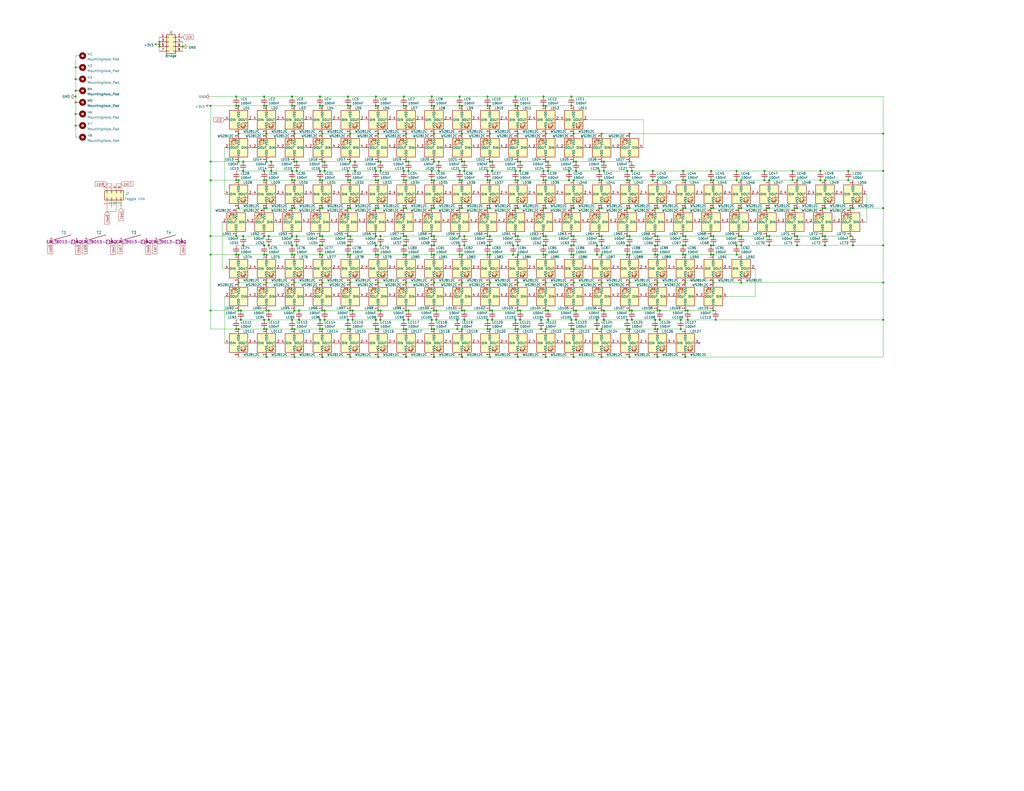
<source format=kicad_sch>
(kicad_sch (version 20211123) (generator eeschema)
  (paper "C")
  (junction (at 132.715 88.265))
  (junction (at 374.015 113.665))
  (junction (at 418.465 113.665))
  (junction (at 462.915 98.425))
  (junction (at 282.575 73.025))
  (junction (at 163.195 169.545))
  (junction (at 207.645 128.905))
  (junction (at 313.055 113.665))
  (junction (at 235.585 93.345))
  (junction (at 311.785 57.785))
  (junction (at 252.095 88.265))
  (junction (at 299.085 88.265))
  (junction (at 205.105 128.905))
  (junction (at 128.905 179.705))
  (junction (at 252.095 113.665))
  (junction (at 235.585 179.705))
  (junction (at 387.985 93.345))
  (junction (at 174.625 128.905))
  (junction (at 220.345 128.905))
  (junction (at 205.105 52.705))
  (junction (at 174.625 98.425))
  (junction (at 175.895 88.265))
  (junction (at 372.745 133.985))
  (junction (at 175.895 179.705))
  (junction (at 295.275 179.705))
  (junction (at 450.215 128.905))
  (junction (at 189.865 174.625))
  (junction (at 86.995 24.13))
  (junction (at 205.105 133.985))
  (junction (at 344.805 169.545))
  (junction (at 314.325 174.625))
  (junction (at 313.055 88.265))
  (junction (at 267.335 139.065))
  (junction (at 358.775 139.065))
  (junction (at 220.345 139.065))
  (junction (at 161.925 88.265))
  (junction (at 328.295 133.985))
  (junction (at 220.345 113.665))
  (junction (at 253.365 174.625))
  (junction (at 252.095 139.065))
  (junction (at 128.905 98.425))
  (junction (at 236.855 139.065))
  (junction (at 447.675 93.345))
  (junction (at 191.135 98.425))
  (junction (at 328.295 98.425))
  (junction (at 41.275 36.83))
  (junction (at 280.035 133.985))
  (junction (at 177.165 93.345))
  (junction (at 128.905 128.905))
  (junction (at 191.135 57.785))
  (junction (at 145.415 179.705))
  (junction (at 267.335 194.945))
  (junction (at 360.045 169.545))
  (junction (at 132.715 133.985))
  (junction (at 144.145 139.065))
  (junction (at 205.105 179.705))
  (junction (at 282.575 57.785))
  (junction (at 481.965 133.985))
  (junction (at 327.025 113.665))
  (junction (at 206.375 139.065))
  (junction (at 145.415 98.425))
  (junction (at 401.955 93.345))
  (junction (at 191.135 88.265))
  (junction (at 418.465 128.905))
  (junction (at 145.415 154.305))
  (junction (at 281.305 57.785))
  (junction (at 282.575 128.905))
  (junction (at 175.895 194.945))
  (junction (at 296.545 139.065))
  (junction (at 41.275 52.705))
  (junction (at 283.845 93.345))
  (junction (at 328.295 194.945))
  (junction (at 419.735 113.665))
  (junction (at 160.655 98.425))
  (junction (at 235.585 57.785))
  (junction (at 189.865 113.665))
  (junction (at 114.935 128.905))
  (junction (at 344.805 93.345))
  (junction (at 146.685 169.545))
  (junction (at 342.265 98.425))
  (junction (at 238.125 169.545))
  (junction (at 297.815 194.945))
  (junction (at 252.095 179.705))
  (junction (at 343.535 113.665))
  (junction (at 390.525 174.625))
  (junction (at 281.305 179.705))
  (junction (at 296.545 128.905))
  (junction (at 175.895 73.025))
  (junction (at 299.085 93.345))
  (junction (at 342.265 113.665))
  (junction (at 343.535 88.265))
  (junction (at 159.385 98.425))
  (junction (at 175.895 128.905))
  (junction (at 357.505 174.625))
  (junction (at 207.645 88.265))
  (junction (at 325.755 139.065))
  (junction (at 297.815 73.025))
  (junction (at 192.405 174.625))
  (junction (at 311.785 128.905))
  (junction (at 207.645 93.345))
  (junction (at 221.615 154.305))
  (junction (at 130.175 154.305))
  (junction (at 282.575 169.545))
  (junction (at 297.815 154.305))
  (junction (at 191.135 194.945))
  (junction (at 329.565 88.265))
  (junction (at 327.025 98.425))
  (junction (at 342.265 93.345))
  (junction (at 130.175 98.425))
  (junction (at 236.855 113.665))
  (junction (at 374.015 139.065))
  (junction (at 206.375 194.945))
  (junction (at 193.675 88.265))
  (junction (at 221.615 139.065))
  (junction (at 371.475 179.705))
  (junction (at 432.435 98.425))
  (junction (at 387.985 113.665))
  (junction (at 404.495 98.425))
  (junction (at 450.215 98.425))
  (junction (at 160.655 113.665))
  (junction (at 252.095 57.785))
  (junction (at 267.335 169.545))
  (junction (at 206.375 154.305))
  (junction (at 450.215 113.665))
  (junction (at 266.065 57.785))
  (junction (at 236.855 57.785))
  (junction (at 296.545 113.665))
  (junction (at 205.105 98.425))
  (junction (at 267.335 88.265))
  (junction (at 253.365 128.905))
  (junction (at 296.545 57.785))
  (junction (at 191.135 139.065))
  (junction (at 175.895 98.425))
  (junction (at 299.085 169.545))
  (junction (at 481.965 174.625))
  (junction (at 325.755 133.985))
  (junction (at 434.975 98.425))
  (junction (at 282.575 139.065))
  (junction (at 401.955 139.065))
  (junction (at 281.305 52.705))
  (junction (at 328.295 169.545))
  (junction (at 222.885 174.625))
  (junction (at 387.985 139.065))
  (junction (at 189.865 98.425))
  (junction (at 297.815 139.065))
  (junction (at 221.615 98.425))
  (junction (at 266.065 93.345))
  (junction (at 296.545 98.425))
  (junction (at 387.985 133.985))
  (junction (at 389.255 98.425))
  (junction (at 311.785 113.665))
  (junction (at 266.065 139.065))
  (junction (at 342.265 139.065))
  (junction (at 189.865 128.905))
  (junction (at 144.145 133.985))
  (junction (at 174.625 139.065))
  (junction (at 419.735 128.905))
  (junction (at 191.135 133.985))
  (junction (at 297.815 57.785))
  (junction (at 144.145 57.785))
  (junction (at 159.385 139.065))
  (junction (at 206.375 98.425))
  (junction (at 357.505 128.905))
  (junction (at 360.045 174.625))
  (junction (at 236.855 73.025))
  (junction (at 374.015 133.985))
  (junction (at 160.655 179.705))
  (junction (at 236.855 169.545))
  (junction (at 145.415 88.265))
  (junction (at 374.015 194.945))
  (junction (at 220.345 179.705))
  (junction (at 160.655 73.025))
  (junction (at 191.135 113.665))
  (junction (at 160.655 57.785))
  (junction (at 159.385 93.345))
  (junction (at 189.865 133.985))
  (junction (at 448.945 113.665))
  (junction (at 313.055 73.025))
  (junction (at 266.065 128.905))
  (junction (at 311.785 133.985))
  (junction (at 41.275 68.58))
  (junction (at 342.265 128.905))
  (junction (at 239.395 93.345))
  (junction (at 282.575 179.705))
  (junction (at 130.175 169.545))
  (junction (at 253.365 169.545))
  (junction (at 329.565 169.545))
  (junction (at 401.955 98.425))
  (junction (at 358.775 169.545))
  (junction (at 252.095 154.305))
  (junction (at 206.375 73.025))
  (junction (at 145.415 139.065))
  (junction (at 389.255 133.985))
  (junction (at 465.455 133.985))
  (junction (at 372.745 113.665))
  (junction (at 193.675 93.345))
  (junction (at 130.175 57.785))
  (junction (at 325.755 179.705))
  (junction (at 297.815 179.705))
  (junction (at 281.305 98.425))
  (junction (at 447.675 98.425))
  (junction (at 235.585 113.665))
  (junction (at 161.925 133.985))
  (junction (at 191.135 128.905))
  (junction (at 206.375 169.545))
  (junction (at 160.655 154.305))
  (junction (at 267.335 154.305))
  (junction (at 281.305 93.345))
  (junction (at 175.895 169.545))
  (junction (at 131.445 169.545))
  (junction (at 221.615 169.545))
  (junction (at 221.615 113.665))
  (junction (at 343.535 139.065))
  (junction (at 372.745 139.065))
  (junction (at 175.895 133.985))
  (junction (at 249.555 174.625))
  (junction (at 177.165 169.545))
  (junction (at 268.605 93.345))
  (junction (at 356.235 98.425))
  (junction (at 372.745 93.345))
  (junction (at 191.135 73.025))
  (junction (at 311.785 174.625))
  (junction (at 206.375 57.785))
  (junction (at 297.815 128.905))
  (junction (at 207.645 174.625))
  (junction (at 372.745 98.425))
  (junction (at 236.855 88.265))
  (junction (at 147.955 88.265))
  (junction (at 357.505 179.705))
  (junction (at 41.275 43.18))
  (junction (at 205.105 113.665))
  (junction (at 174.625 93.345))
  (junction (at 343.535 169.545))
  (junction (at 465.455 113.665))
  (junction (at 131.445 174.625))
  (junction (at 159.385 57.785))
  (junction (at 145.415 194.945))
  (junction (at 250.825 113.665))
  (junction (at 207.645 169.545))
  (junction (at 328.295 73.025))
  (junction (at 253.365 88.265))
  (junction (at 297.815 88.265))
  (junction (at 236.855 194.945))
  (junction (at 327.025 93.345))
  (junction (at 189.865 52.705))
  (junction (at 159.385 174.625))
  (junction (at 357.505 113.665))
  (junction (at 343.535 194.945))
  (junction (at 434.975 133.985))
  (junction (at 268.605 174.625))
  (junction (at 343.535 98.425))
  (junction (at 174.625 113.665))
  (junction (at 192.405 169.545))
  (junction (at 250.825 128.905))
  (junction (at 296.545 133.985))
  (junction (at 267.335 128.905))
  (junction (at 128.905 57.785))
  (junction (at 297.815 169.545))
  (junction (at 189.865 179.705))
  (junction (at 253.365 93.345))
  (junction (at 297.815 98.425))
  (junction (at 221.615 73.025))
  (junction (at 356.235 93.345))
  (junction (at 114.935 98.425))
  (junction (at 266.065 179.705))
  (junction (at 404.495 154.305))
  (junction (at 144.145 98.425))
  (junction (at 236.855 133.985))
  (junction (at 145.415 169.545))
  (junction (at 313.055 169.545))
  (junction (at 374.015 128.905))
  (junction (at 401.955 133.985))
  (junction (at 404.495 128.905))
  (junction (at 144.145 52.705))
  (junction (at 175.895 113.665))
  (junction (at 99.695 25.4))
  (junction (at 235.585 174.625))
  (junction (at 146.685 133.985))
  (junction (at 189.865 93.345))
  (junction (at 343.535 179.705))
  (junction (at 189.865 139.065))
  (junction (at 132.715 128.905))
  (junction (at 358.775 194.945))
  (junction (at 328.295 128.905))
  (junction (at 221.615 88.265))
  (junction (at 404.495 133.985))
  (junction (at 221.615 57.785))
  (junction (at 417.195 93.345))
  (junction (at 252.095 169.545))
  (junction (at 130.175 73.025))
  (junction (at 281.305 174.625))
  (junction (at 175.895 57.785))
  (junction (at 403.225 128.905))
  (junction (at 374.015 169.545))
  (junction (at 220.345 57.785))
  (junction (at 281.305 113.665))
  (junction (at 283.845 174.625))
  (junction (at 282.575 154.305))
  (junction (at 282.575 113.665))
  (junction (at 161.925 128.905))
  (junction (at 313.055 179.705))
  (junction (at 481.965 154.305))
  (junction (at 417.195 98.425))
  (junction (at 147.955 93.345))
  (junction (at 191.135 179.705))
  (junction (at 267.335 113.665))
  (junction (at 220.345 98.425))
  (junction (at 160.655 194.945))
  (junction (at 114.935 169.545))
  (junction (at 297.815 133.985))
  (junction (at 252.095 194.945))
  (junction (at 328.295 113.665))
  (junction (at 448.945 128.905))
  (junction (at 267.335 57.785))
  (junction (at 174.625 133.985))
  (junction (at 389.255 169.545))
  (junction (at 221.615 128.905))
  (junction (at 433.705 128.905))
  (junction (at 481.965 113.665))
  (junction (at 174.625 52.705))
  (junction (at 160.655 139.065))
  (junction (at 310.515 98.425))
  (junction (at 358.775 113.665))
  (junction (at 267.335 133.985))
  (junction (at 175.895 154.305))
  (junction (at 314.325 169.545))
  (junction (at 159.385 113.665))
  (junction (at 205.105 139.065))
  (junction (at 450.215 133.985))
  (junction (at 174.625 57.785))
  (junction (at 299.085 174.625))
  (junction (at 160.655 169.545))
  (junction (at 358.775 128.905))
  (junction (at 206.375 179.705))
  (junction (at 175.895 139.065))
  (junction (at 343.535 133.985))
  (junction (at 311.785 139.065))
  (junction (at 327.025 128.905))
  (junction (at 389.255 139.065))
  (junction (at 144.145 179.705))
  (junction (at 343.535 128.905))
  (junction (at 41.275 55.88))
  (junction (at 266.065 52.705))
  (junction (at 481.965 73.025))
  (junction (at 314.325 93.345))
  (junction (at 311.785 52.705))
  (junction (at 357.505 133.985))
  (junction (at 268.605 88.265))
  (junction (at 389.255 154.305))
  (junction (at 159.385 128.905))
  (junction (at 236.855 128.905))
  (junction (at 313.055 133.985))
  (junction (at 250.825 139.065))
  (junction (at 144.145 113.665))
  (junction (at 235.585 139.065))
  (junction (at 145.415 113.665))
  (junction (at 329.565 174.625))
  (junction (at 344.805 174.625))
  (junction (at 144.145 93.345))
  (junction (at 313.055 139.065))
  (junction (at 266.065 98.425))
  (junction (at 130.175 179.705))
  (junction (at 236.855 98.425))
  (junction (at 296.545 93.345))
  (junction (at 221.615 179.705))
  (junction (at 86.995 25.4))
  (junction (at 374.015 154.305))
  (junction (at 357.505 139.065))
  (junction (at 222.885 169.545))
  (junction (at 205.105 57.785))
  (junction (at 374.015 98.425))
  (junction (at 235.585 52.705))
  (junction (at 282.575 133.985))
  (junction (at 267.335 73.025))
  (junction (at 462.915 93.345))
  (junction (at 375.285 169.545))
  (junction (at 266.065 113.665))
  (junction (at 310.515 93.345))
  (junction (at 159.385 133.985))
  (junction (at 387.985 98.425))
  (junction (at 132.715 93.345))
  (junction (at 358.775 179.705))
  (junction (at 282.575 98.425))
  (junction (at 314.325 88.265))
  (junction (at 481.965 93.345))
  (junction (at 464.185 113.665))
  (junction (at 145.415 57.785))
  (junction (at 403.225 113.665))
  (junction (at 220.345 133.985))
  (junction (at 128.905 139.065))
  (junction (at 144.145 128.905))
  (junction (at 238.125 174.625))
  (junction (at 206.375 88.265))
  (junction (at 419.735 98.425))
  (junction (at 86.995 22.86))
  (junction (at 343.535 154.305))
  (junction (at 250.825 98.425))
  (junction (at 267.335 98.425))
  (junction (at 281.305 128.905))
  (junction (at 433.705 113.665))
  (junction (at 177.165 88.265))
  (junction (at 342.265 133.985))
  (junction (at 191.135 169.545))
  (junction (at 325.755 174.625))
  (junction (at 282.575 194.945))
  (junction (at 235.585 98.425))
  (junction (at 249.555 179.705))
  (junction (at 41.275 62.23))
  (junction (at 146.685 128.905))
  (junction (at 222.885 88.265))
  (junction (at 191.135 154.305))
  (junction (at 280.035 139.065))
  (junction (at 114.935 139.065))
  (junction (at 221.615 133.985))
  (junction (at 235.585 128.905))
  (junction (at 250.825 133.985))
  (junction (at 389.255 113.665))
  (junction (at 236.855 154.305))
  (junction (at 206.375 113.665))
  (junction (at 236.855 179.705))
  (junction (at 371.475 174.625))
  (junction (at 159.385 52.705))
  (junction (at 235.585 133.985))
  (junction (at 177.165 174.625))
  (junction (at 189.865 57.785))
  (junction (at 207.645 133.985))
  (junction (at 313.055 194.945))
  (junction (at 130.175 113.665))
  (junction (at 253.365 133.985))
  (junction (at 464.185 128.905))
  (junction (at 358.775 133.985))
  (junction (at 434.975 128.905))
  (junction (at 114.935 57.785))
  (junction (at 266.065 133.985))
  (junction (at 389.255 128.905))
  (junction (at 358.775 98.425))
  (junction (at 220.345 93.345))
  (junction (at 297.815 113.665))
  (junction (at 432.435 93.345))
  (junction (at 159.385 179.705))
  (junction (at 419.735 133.985))
  (junction (at 220.345 52.705))
  (junction (at 266.065 174.625))
  (junction (at 313.055 128.905))
  (junction (at 434.975 113.665))
  (junction (at 311.785 179.705))
  (junction (at 128.905 52.705))
  (junction (at 268.605 169.545))
  (junction (at 328.295 154.305))
  (junction (at 160.655 88.265))
  (junction (at 250.825 52.705))
  (junction (at 130.175 88.265))
  (junction (at 313.055 98.425))
  (junction (at 295.275 174.625))
  (junction (at 252.095 98.425))
  (junction (at 163.195 174.625))
  (junction (at 220.345 174.625))
  (junction (at 221.615 194.945))
  (junction (at 41.275 49.53))
  (junction (at 343.535 73.025))
  (junction (at 296.545 52.705))
  (junction (at 328.295 179.705))
  (junction (at 145.415 73.025))
  (junction (at 313.055 154.305))
  (junction (at 250.825 93.345))
  (junction (at 283.845 88.265))
  (junction (at 144.145 174.625))
  (junction (at 404.495 113.665))
  (junction (at 283.845 169.545))
  (junction (at 375.285 174.625))
  (junction (at 328.295 139.065))
  (junction (at 114.935 88.265))
  (junction (at 342.265 179.705))
  (junction (at 328.295 88.265))
  (junction (at 252.095 73.025))
  (junction (at 372.745 128.905))
  (junction (at 358.775 154.305))
  (junction (at 267.335 179.705))
  (junction (at 205.105 174.625))
  (junction (at 130.175 139.065))
  (junction (at 146.685 174.625))
  (junction (at 282.575 88.265))
  (junction (at 161.925 93.345))
  (junction (at 387.985 128.905))
  (junction (at 329.565 93.345))
  (junction (at 174.625 174.625))
  (junction (at 174.625 179.705))
  (junction (at 342.265 174.625))
  (junction (at 222.885 93.345))
  (junction (at 205.105 93.345))
  (junction (at 239.395 88.265))
  (junction (at 250.825 57.785))
  (no_connect (at 381.635 187.325))
  (wire (pts (xy 146.685 128.905) (xy 159.385 128.905)))
  (wire (pts (xy 114.935 169.545) (xy 114.935 179.705)))
  (wire (pts (xy 249.555 179.705) (xy 252.095 179.705)))
  (wire (pts (xy 189.865 57.785) (xy 191.135 57.785)))
  (wire (pts (xy 145.415 154.305) (xy 160.655 154.305)))
  (wire (pts (xy 297.815 154.305) (xy 313.055 154.305)))
  (wire (pts (xy 281.305 57.785) (xy 282.575 57.785)))
  (wire (pts (xy 160.655 57.785) (xy 174.625 57.785)))
  (wire (pts (xy 360.045 174.625) (xy 371.475 174.625)))
  (wire (pts (xy 357.505 128.905) (xy 343.535 128.905)))
  (wire (pts (xy 268.605 93.345) (xy 281.305 93.345)))
  (wire (pts (xy 297.815 98.425) (xy 296.545 98.425)))
  (wire (pts (xy 191.135 194.945) (xy 206.375 194.945)))
  (wire (pts (xy 432.435 93.345) (xy 447.675 93.345)))
  (wire (pts (xy 358.775 133.985) (xy 372.745 133.985)))
  (wire (pts (xy 206.375 88.265) (xy 207.645 88.265)))
  (wire (pts (xy 343.535 179.705) (xy 357.505 179.705)))
  (wire (pts (xy 267.335 154.305) (xy 282.575 154.305)))
  (wire (pts (xy 63.5 115.57) (xy 58.42 115.57)))
  (wire (pts (xy 266.065 52.705) (xy 281.305 52.705)))
  (wire (pts (xy 267.335 139.065) (xy 266.065 139.065)))
  (wire (pts (xy 250.825 139.065) (xy 252.095 139.065)))
  (wire (pts (xy 132.715 133.985) (xy 144.145 133.985)))
  (wire (pts (xy 358.775 179.705) (xy 371.475 179.705)))
  (wire (pts (xy 205.105 128.905) (xy 207.645 128.905)))
  (wire (pts (xy 358.775 139.065) (xy 372.745 139.065)))
  (wire (pts (xy 205.105 139.065) (xy 206.375 139.065)))
  (wire (pts (xy 130.175 179.705) (xy 144.145 179.705)))
  (wire (pts (xy 236.855 179.705) (xy 235.585 179.705)))
  (wire (pts (xy 235.585 174.625) (xy 238.125 174.625)))
  (wire (pts (xy 419.735 113.665) (xy 433.705 113.665)))
  (wire (pts (xy 374.015 153.035) (xy 389.255 153.035)))
  (wire (pts (xy 221.615 139.065) (xy 235.585 139.065)))
  (wire (pts (xy 314.325 174.625) (xy 325.755 174.625)))
  (wire (pts (xy 114.935 98.425) (xy 114.935 128.905)))
  (wire (pts (xy 206.375 169.545) (xy 192.405 169.545)))
  (wire (pts (xy 58.42 113.03) (xy 58.42 115.57)))
  (wire (pts (xy 389.255 113.665) (xy 387.985 113.665)))
  (wire (pts (xy 371.475 174.625) (xy 375.285 174.625)))
  (wire (pts (xy 387.985 113.665) (xy 374.015 113.665)))
  (wire (pts (xy 462.915 98.425) (xy 465.455 98.425)))
  (wire (pts (xy 191.135 73.025) (xy 206.375 73.025)))
  (wire (pts (xy 282.575 179.705) (xy 281.305 179.705)))
  (wire (pts (xy 221.615 113.665) (xy 220.345 113.665)))
  (wire (pts (xy 313.055 154.305) (xy 328.295 154.305)))
  (wire (pts (xy 434.975 133.985) (xy 450.215 133.985)))
  (wire (pts (xy 343.535 169.545) (xy 344.805 169.545)))
  (wire (pts (xy 130.175 98.425) (xy 144.145 98.425)))
  (wire (pts (xy 220.345 113.665) (xy 206.375 113.665)))
  (wire (pts (xy 328.295 179.705) (xy 342.265 179.705)))
  (wire (pts (xy 314.325 93.345) (xy 327.025 93.345)))
  (wire (pts (xy 344.805 174.625) (xy 357.505 174.625)))
  (wire (pts (xy 144.145 133.985) (xy 146.685 133.985)))
  (wire (pts (xy 252.095 194.945) (xy 267.335 194.945)))
  (wire (pts (xy 236.855 179.705) (xy 249.555 179.705)))
  (wire (pts (xy 389.255 139.065) (xy 401.955 139.065)))
  (wire (pts (xy 403.225 128.905) (xy 389.255 128.905)))
  (wire (pts (xy 250.825 52.705) (xy 266.065 52.705)))
  (wire (pts (xy 266.065 93.345) (xy 268.605 93.345)))
  (wire (pts (xy 159.385 133.985) (xy 161.925 133.985)))
  (wire (pts (xy 159.385 139.065) (xy 160.655 139.065)))
  (wire (pts (xy 239.395 88.265) (xy 236.855 88.265)))
  (wire (pts (xy 144.145 93.345) (xy 147.955 93.345)))
  (wire (pts (xy 222.885 88.265) (xy 221.615 88.265)))
  (wire (pts (xy 327.025 93.345) (xy 329.565 93.345)))
  (wire (pts (xy 450.215 128.905) (xy 464.185 128.905)))
  (wire (pts (xy 329.565 93.345) (xy 342.265 93.345)))
  (wire (pts (xy 175.895 169.545) (xy 177.165 169.545)))
  (wire (pts (xy 161.925 93.345) (xy 159.385 93.345)))
  (wire (pts (xy 417.195 98.425) (xy 419.735 98.425)))
  (wire (pts (xy 389.255 98.425) (xy 401.955 98.425)))
  (wire (pts (xy 418.465 113.665) (xy 419.735 113.665)))
  (wire (pts (xy 250.825 133.985) (xy 253.365 133.985)))
  (wire (pts (xy 146.685 169.545) (xy 145.415 169.545)))
  (wire (pts (xy 220.345 128.905) (xy 207.645 128.905)))
  (wire (pts (xy 374.015 133.985) (xy 387.985 133.985)))
  (wire (pts (xy 146.685 133.985) (xy 159.385 133.985)))
  (wire (pts (xy 161.925 128.905) (xy 159.385 128.905)))
  (wire (pts (xy 236.855 194.945) (xy 252.095 194.945)))
  (wire (pts (xy 281.305 98.425) (xy 282.575 98.425)))
  (wire (pts (xy 313.055 139.065) (xy 311.785 139.065)))
  (wire (pts (xy 313.055 179.705) (xy 325.755 179.705)))
  (wire (pts (xy 297.815 57.785) (xy 296.545 57.785)))
  (wire (pts (xy 130.175 73.025) (xy 145.415 73.025)))
  (wire (pts (xy 160.655 154.305) (xy 175.895 154.305)))
  (wire (pts (xy 297.815 57.785) (xy 311.785 57.785)))
  (wire (pts (xy 174.625 139.065) (xy 175.895 139.065)))
  (wire (pts (xy 343.535 154.305) (xy 358.775 154.305)))
  (wire (pts (xy 328.295 88.265) (xy 314.325 88.265)))
  (wire (pts (xy 114.935 179.705) (xy 128.905 179.705)))
  (wire (pts (xy 221.615 57.785) (xy 235.585 57.785)))
  (wire (pts (xy 174.625 98.425) (xy 175.895 98.425)))
  (wire (pts (xy 174.625 52.705) (xy 189.865 52.705)))
  (wire (pts (xy 401.955 139.065) (xy 404.495 139.065)))
  (wire (pts (xy 206.375 98.425) (xy 220.345 98.425)))
  (wire (pts (xy 280.035 139.065) (xy 282.575 139.065)))
  (wire (pts (xy 146.685 128.905) (xy 144.145 128.905)))
  (wire (pts (xy 41.275 36.83) (xy 41.275 43.18)))
  (wire (pts (xy 387.985 128.905) (xy 374.015 128.905)))
  (wire (pts (xy 282.575 154.305) (xy 297.815 154.305)))
  (wire (pts (xy 313.055 57.785) (xy 311.785 57.785)))
  (wire (pts (xy 342.265 139.065) (xy 328.295 139.065)))
  (wire (pts (xy 60.96 113.03) (xy 60.96 110.49)))
  (wire (pts (xy 313.055 128.905) (xy 311.785 128.905)))
  (wire (pts (xy 159.385 98.425) (xy 160.655 98.425)))
  (wire (pts (xy 160.655 73.025) (xy 175.895 73.025)))
  (wire (pts (xy 175.895 98.425) (xy 189.865 98.425)))
  (wire (pts (xy 401.955 133.985) (xy 404.495 133.985)))
  (wire (pts (xy 128.905 98.425) (xy 130.175 98.425)))
  (wire (pts (xy 295.275 174.625) (xy 299.085 174.625)))
  (wire (pts (xy 236.855 113.665) (xy 235.585 113.665)))
  (wire (pts (xy 205.105 52.705) (xy 220.345 52.705)))
  (wire (pts (xy 283.845 93.345) (xy 296.545 93.345)))
  (wire (pts (xy 418.465 128.905) (xy 404.495 128.905)))
  (wire (pts (xy 207.645 133.985) (xy 220.345 133.985)))
  (wire (pts (xy 144.145 52.705) (xy 159.385 52.705)))
  (wire (pts (xy 191.135 133.985) (xy 205.105 133.985)))
  (wire (pts (xy 191.135 98.425) (xy 205.105 98.425)))
  (wire (pts (xy 328.295 133.985) (xy 342.265 133.985)))
  (wire (pts (xy 372.745 113.665) (xy 358.775 113.665)))
  (wire (pts (xy 297.815 179.705) (xy 295.275 179.705)))
  (wire (pts (xy 268.605 88.265) (xy 267.335 88.265)))
  (wire (pts (xy 465.455 133.985) (xy 481.965 133.985)))
  (wire (pts (xy 144.145 98.425) (xy 145.415 98.425)))
  (wire (pts (xy 417.195 93.345) (xy 432.435 93.345)))
  (wire (pts (xy 192.405 169.545) (xy 191.135 169.545)))
  (wire (pts (xy 191.135 88.265) (xy 193.675 88.265)))
  (wire (pts (xy 221.615 154.305) (xy 236.855 154.305)))
  (wire (pts (xy 374.015 128.905) (xy 372.745 128.905)))
  (wire (pts (xy 220.345 139.065) (xy 221.615 139.065)))
  (wire (pts (xy 207.645 169.545) (xy 206.375 169.545)))
  (wire (pts (xy 387.985 93.345) (xy 401.955 93.345)))
  (wire (pts (xy 222.885 174.625) (xy 235.585 174.625)))
  (wire (pts (xy 358.775 154.305) (xy 374.015 154.305)))
  (wire (pts (xy 130.175 57.785) (xy 144.145 57.785)))
  (wire (pts (xy 374.015 179.705) (xy 371.475 179.705)))
  (wire (pts (xy 325.755 179.705) (xy 328.295 179.705)))
  (wire (pts (xy 175.895 88.265) (xy 161.925 88.265)))
  (wire (pts (xy 266.065 113.665) (xy 252.095 113.665)))
  (wire (pts (xy 327.025 98.425) (xy 328.295 98.425)))
  (wire (pts (xy 329.565 174.625) (xy 342.265 174.625)))
  (wire (pts (xy 342.265 133.985) (xy 343.535 133.985)))
  (wire (pts (xy 372.745 93.345) (xy 387.985 93.345)))
  (wire (pts (xy 266.065 174.625) (xy 268.605 174.625)))
  (wire (pts (xy 387.985 139.065) (xy 389.255 139.065)))
  (wire (pts (xy 206.375 194.945) (xy 221.615 194.945)))
  (wire (pts (xy 296.545 93.345) (xy 299.085 93.345)))
  (wire (pts (xy 122.555 161.925) (xy 122.555 187.325)))
  (wire (pts (xy 235.585 52.705) (xy 250.825 52.705)))
  (wire (pts (xy 281.305 93.345) (xy 283.845 93.345)))
  (wire (pts (xy 174.625 179.705) (xy 175.895 179.705)))
  (wire (pts (xy 144.145 113.665) (xy 130.175 113.665)))
  (wire (pts (xy 238.125 169.545) (xy 236.855 169.545)))
  (wire (pts (xy 128.905 174.625) (xy 131.445 174.625)))
  (wire (pts (xy 299.085 174.625) (xy 311.785 174.625)))
  (wire (pts (xy 357.505 113.665) (xy 343.535 113.665)))
  (wire (pts (xy 66.04 110.49) (xy 66.04 113.03)))
  (wire (pts (xy 481.965 174.625) (xy 481.965 194.945)))
  (wire (pts (xy 177.165 174.625) (xy 189.865 174.625)))
  (wire (pts (xy 404.495 128.905) (xy 403.225 128.905)))
  (wire (pts (xy 419.735 133.985) (xy 434.975 133.985)))
  (wire (pts (xy 372.745 133.985) (xy 374.015 133.985)))
  (wire (pts (xy 159.385 52.705) (xy 174.625 52.705)))
  (wire (pts (xy 481.965 133.985) (xy 481.965 154.305)))
  (wire (pts (xy 404.495 113.665) (xy 403.225 113.665)))
  (wire (pts (xy 328.295 128.905) (xy 327.025 128.905)))
  (wire (pts (xy 177.165 93.345) (xy 189.865 93.345)))
  (wire (pts (xy 450.215 133.985) (xy 465.455 133.985)))
  (wire (pts (xy 462.915 93.345) (xy 481.965 93.345)))
  (wire (pts (xy 192.405 174.625) (xy 205.105 174.625)))
  (wire (pts (xy 159.385 174.625) (xy 163.195 174.625)))
  (wire (pts (xy 221.615 194.945) (xy 236.855 194.945)))
  (wire (pts (xy 313.055 88.265) (xy 299.085 88.265)))
  (wire (pts (xy 221.615 88.265) (xy 207.645 88.265)))
  (wire (pts (xy 131.445 174.625) (xy 144.145 174.625)))
  (wire (pts (xy 132.715 88.265) (xy 130.175 88.265)))
  (wire (pts (xy 249.555 174.625) (xy 253.365 174.625)))
  (wire (pts (xy 328.295 194.945) (xy 343.535 194.945)))
  (wire (pts (xy 99.695 22.86) (xy 99.695 25.4)))
  (wire (pts (xy 189.865 52.705) (xy 205.105 52.705)))
  (wire (pts (xy 358.775 128.905) (xy 357.505 128.905)))
  (wire (pts (xy 175.895 179.705) (xy 189.865 179.705)))
  (wire (pts (xy 191.135 113.665) (xy 205.105 113.665)))
  (wire (pts (xy 175.895 73.025) (xy 191.135 73.025)))
  (wire (pts (xy 177.165 88.265) (xy 191.135 88.265)))
  (wire (pts (xy 473.075 121.285) (xy 471.805 121.285)))
  (wire (pts (xy 189.865 93.345) (xy 193.675 93.345)))
  (wire (pts (xy 41.275 52.705) (xy 41.275 55.88)))
  (wire (pts (xy 160.655 88.265) (xy 147.955 88.265)))
  (wire (pts (xy 268.605 169.545) (xy 267.335 169.545)))
  (wire (pts (xy 358.775 139.065) (xy 357.505 139.065)))
  (wire (pts (xy 297.815 88.265) (xy 283.845 88.265)))
  (wire (pts (xy 145.415 179.705) (xy 159.385 179.705)))
  (wire (pts (xy 481.965 113.665) (xy 481.965 133.985)))
  (wire (pts (xy 250.825 93.345) (xy 253.365 93.345)))
  (wire (pts (xy 447.675 98.425) (xy 434.975 98.425)))
  (wire (pts (xy 41.275 49.53) (xy 41.275 52.705)))
  (wire (pts (xy 60.96 110.49) (xy 66.04 110.49)))
  (wire (pts (xy 433.705 128.905) (xy 419.735 128.905)))
  (wire (pts (xy 191.135 128.905) (xy 189.865 128.905)))
  (wire (pts (xy 128.905 128.905) (xy 132.715 128.905)))
  (wire (pts (xy 145.415 194.945) (xy 160.655 194.945)))
  (wire (pts (xy 311.785 133.985) (xy 313.055 133.985)))
  (wire (pts (xy 450.215 98.425) (xy 462.915 98.425)))
  (wire (pts (xy 282.575 179.705) (xy 295.275 179.705)))
  (wire (pts (xy 175.895 139.065) (xy 189.865 139.065)))
  (wire (pts (xy 297.815 169.545) (xy 283.845 169.545)))
  (wire (pts (xy 266.065 57.785) (xy 267.335 57.785)))
  (wire (pts (xy 252.095 154.305) (xy 267.335 154.305)))
  (wire (pts (xy 419.735 98.425) (xy 432.435 98.425)))
  (wire (pts (xy 205.105 98.425) (xy 206.375 98.425)))
  (wire (pts (xy 191.135 128.905) (xy 205.105 128.905)))
  (wire (pts (xy 342.265 179.705) (xy 343.535 179.705)))
  (wire (pts (xy 114.935 139.065) (xy 114.935 169.545)))
  (wire (pts (xy 144.145 93.345) (xy 132.715 93.345)))
  (wire (pts (xy 236.855 169.545) (xy 222.885 169.545)))
  (wire (pts (xy 401.955 98.425) (xy 404.495 98.425)))
  (wire (pts (xy 401.955 93.345) (xy 417.195 93.345)))
  (wire (pts (xy 191.135 57.785) (xy 205.105 57.785)))
  (wire (pts (xy 236.855 88.265) (xy 222.885 88.265)))
  (wire (pts (xy 206.375 88.265) (xy 193.675 88.265)))
  (wire (pts (xy 41.275 43.18) (xy 41.275 49.53)))
  (wire (pts (xy 41.275 62.23) (xy 41.275 68.58)))
  (wire (pts (xy 372.745 113.665) (xy 374.015 113.665)))
  (wire (pts (xy 390.525 169.545) (xy 389.255 169.545)))
  (wire (pts (xy 434.975 113.665) (xy 448.945 113.665)))
  (wire (pts (xy 114.935 98.425) (xy 128.905 98.425)))
  (wire (pts (xy 328.295 98.425) (xy 342.265 98.425)))
  (wire (pts (xy 374.015 169.545) (xy 360.045 169.545)))
  (wire (pts (xy 296.545 128.905) (xy 282.575 128.905)))
  (wire (pts (xy 358.775 98.425) (xy 356.235 98.425)))
  (wire (pts (xy 267.335 57.785) (xy 281.305 57.785)))
  (wire (pts (xy 281.305 113.665) (xy 267.335 113.665)))
  (wire (pts (xy 342.265 93.345) (xy 344.805 93.345)))
  (wire (pts (xy 481.965 52.705) (xy 481.965 73.025)))
  (wire (pts (xy 128.905 52.705) (xy 144.145 52.705)))
  (wire (pts (xy 282.575 169.545) (xy 268.605 169.545)))
  (wire (pts (xy 351.155 80.645) (xy 351.155 65.405)))
  (wire (pts (xy 159.385 113.665) (xy 145.415 113.665)))
  (wire (pts (xy 432.435 98.425) (xy 434.975 98.425)))
  (wire (pts (xy 412.115 146.685) (xy 412.115 161.925)))
  (wire (pts (xy 128.905 113.665) (xy 130.175 113.665)))
  (wire (pts (xy 266.065 98.425) (xy 267.335 98.425)))
  (wire (pts (xy 448.945 128.905) (xy 450.215 128.905)))
  (wire (pts (xy 450.215 113.665) (xy 464.185 113.665)))
  (wire (pts (xy 220.345 52.705) (xy 235.585 52.705)))
  (wire (pts (xy 174.625 93.345) (xy 177.165 93.345)))
  (wire (pts (xy 132.715 88.265) (xy 145.415 88.265)))
  (wire (pts (xy 358.775 113.665) (xy 357.505 113.665)))
  (wire (pts (xy 281.305 113.665) (xy 282.575 113.665)))
  (wire (pts (xy 160.655 98.425) (xy 174.625 98.425)))
  (wire (pts (xy 313.055 139.065) (xy 325.755 139.065)))
  (wire (pts (xy 236.855 57.785) (xy 250.825 57.785)))
  (wire (pts (xy 389.255 133.985) (xy 401.955 133.985)))
  (wire (pts (xy 252.095 169.545) (xy 238.125 169.545)))
  (wire (pts (xy 252.095 73.025) (xy 236.855 73.025)))
  (wire (pts (xy 206.375 154.305) (xy 221.615 154.305)))
  (wire (pts (xy 189.865 179.705) (xy 191.135 179.705)))
  (wire (pts (xy 222.885 93.345) (xy 235.585 93.345)))
  (wire (pts (xy 220.345 93.345) (xy 222.885 93.345)))
  (wire (pts (xy 114.935 88.265) (xy 130.175 88.265)))
  (wire (pts (xy 221.615 133.985) (xy 235.585 133.985)))
  (wire (pts (xy 389.255 113.665) (xy 403.225 113.665)))
  (wire (pts (xy 296.545 113.665) (xy 282.575 113.665)))
  (wire (pts (xy 282.575 194.945) (xy 297.815 194.945)))
  (wire (pts (xy 351.155 65.405) (xy 320.675 65.405)))
  (wire (pts (xy 343.535 128.905) (xy 342.265 128.905)))
  (wire (pts (xy 297.815 179.705) (xy 311.785 179.705)))
  (wire (pts (xy 174.625 133.985) (xy 175.895 133.985)))
  (wire (pts (xy 329.565 169.545) (xy 328.295 169.545)))
  (wire (pts (xy 267.335 169.545) (xy 253.365 169.545)))
  (wire (pts (xy 144.145 128.905) (xy 132.715 128.905)))
  (wire (pts (xy 239.395 93.345) (xy 250.825 93.345)))
  (wire (pts (xy 313.055 169.545) (xy 299.085 169.545)))
  (wire (pts (xy 128.905 57.785) (xy 130.175 57.785)))
  (wire (pts (xy 222.885 169.545) (xy 221.615 169.545)))
  (wire (pts (xy 310.515 98.425) (xy 313.055 98.425)))
  (wire (pts (xy 191.135 139.065) (xy 205.105 139.065)))
  (wire (pts (xy 325.755 174.625) (xy 329.565 174.625)))
  (wire (pts (xy 177.165 88.265) (xy 175.895 88.265)))
  (wire (pts (xy 114.935 128.905) (xy 114.935 139.065)))
  (wire (pts (xy 267.335 179.705) (xy 281.305 179.705)))
  (wire (pts (xy 327.025 113.665) (xy 313.055 113.665)))
  (wire (pts (xy 144.145 179.705) (xy 145.415 179.705)))
  (wire (pts (xy 236.855 133.985) (xy 250.825 133.985)))
  (wire (pts (xy 283.845 169.545) (xy 282.575 169.545)))
  (wire (pts (xy 252.095 139.065) (xy 266.065 139.065)))
  (wire (pts (xy 358.775 179.705) (xy 357.505 179.705)))
  (wire (pts (xy 121.285 146.685) (xy 122.555 146.685)))
  (wire (pts (xy 281.305 128.905) (xy 267.335 128.905)))
  (wire (pts (xy 159.385 113.665) (xy 160.655 113.665)))
  (wire (pts (xy 189.865 139.065) (xy 191.135 139.065)))
  (wire (pts (xy 374.015 139.065) (xy 387.985 139.065)))
  (wire (pts (xy 189.865 98.425) (xy 191.135 98.425)))
  (wire (pts (xy 412.115 161.925) (xy 396.875 161.925)))
  (wire (pts (xy 282.575 73.025) (xy 297.815 73.025)))
  (wire (pts (xy 221.615 169.545) (xy 207.645 169.545)))
  (wire (pts (xy 267.335 88.265) (xy 253.365 88.265)))
  (wire (pts (xy 282.575 73.025) (xy 267.335 73.025)))
  (wire (pts (xy 253.365 133.985) (xy 266.065 133.985)))
  (wire (pts (xy 389.255 153.035) (xy 389.255 154.305)))
  (wire (pts (xy 357.505 133.985) (xy 358.775 133.985)))
  (wire (pts (xy 250.825 128.905) (xy 236.855 128.905)))
  (wire (pts (xy 250.825 57.785) (xy 252.095 57.785)))
  (wire (pts (xy 372.745 128.905) (xy 358.775 128.905)))
  (wire (pts (xy 343.535 98.425) (xy 342.265 98.425)))
  (wire (pts (xy 160.655 88.265) (xy 161.925 88.265)))
  (wire (pts (xy 206.375 73.025) (xy 221.615 73.025)))
  (wire (pts (xy 282.575 133.985) (xy 296.545 133.985)))
  (wire (pts (xy 297.815 133.985) (xy 311.785 133.985)))
  (wire (pts (xy 314.325 169.545) (xy 313.055 169.545)))
  (wire (pts (xy 297.815 98.425) (xy 310.515 98.425)))
  (wire (pts (xy 128.905 139.065) (xy 130.175 139.065)))
  (wire (pts (xy 144.145 57.785) (xy 145.415 57.785)))
  (wire (pts (xy 313.055 98.425) (xy 327.025 98.425)))
  (wire (pts (xy 374.015 153.035) (xy 374.015 154.305)))
  (wire (pts (xy 266.065 128.905) (xy 253.365 128.905)))
  (wire (pts (xy 205.105 179.705) (xy 206.375 179.705)))
  (wire (pts (xy 328.295 169.545) (xy 314.325 169.545)))
  (wire (pts (xy 159.385 57.785) (xy 160.655 57.785)))
  (wire (pts (xy 297.815 113.665) (xy 296.545 113.665)))
  (wire (pts (xy 221.615 179.705) (xy 235.585 179.705)))
  (wire (pts (xy 114.935 57.785) (xy 114.935 88.265)))
  (wire (pts (xy 114.935 128.905) (xy 128.905 128.905)))
  (wire (pts (xy 253.365 169.545) (xy 252.095 169.545)))
  (wire (pts (xy 130.175 194.945) (xy 145.415 194.945)))
  (wire (pts (xy 374.015 98.425) (xy 387.985 98.425)))
  (wire (pts (xy 297.815 128.905) (xy 296.545 128.905)))
  (wire (pts (xy 160.655 194.945) (xy 175.895 194.945)))
  (wire (pts (xy 191.135 113.665) (xy 189.865 113.665)))
  (wire (pts (xy 86.995 22.86) (xy 86.995 24.13)))
  (wire (pts (xy 160.655 139.065) (xy 174.625 139.065)))
  (wire (pts (xy 281.305 174.625) (xy 283.845 174.625)))
  (wire (pts (xy 389.255 154.305) (xy 404.495 154.305)))
  (wire (pts (xy 465.455 113.665) (xy 481.965 113.665)))
  (wire (pts (xy 297.815 73.025) (xy 313.055 73.025)))
  (wire (pts (xy 189.865 128.905) (xy 175.895 128.905)))
  (wire (pts (xy 311.785 52.705) (xy 481.965 52.705)))
  (wire (pts (xy 160.655 179.705) (xy 174.625 179.705)))
  (wire (pts (xy 207.645 174.625) (xy 220.345 174.625)))
  (wire (pts (xy 372.745 98.425) (xy 374.015 98.425)))
  (wire (pts (xy 343.535 113.665) (xy 342.265 113.665)))
  (wire (pts (xy 235.585 128.905) (xy 221.615 128.905)))
  (wire (pts (xy 145.415 169.545) (xy 131.445 169.545)))
  (wire (pts (xy 342.265 113.665) (xy 328.295 113.665)))
  (wire (pts (xy 464.185 113.665) (xy 465.455 113.665)))
  (wire (pts (xy 193.675 93.345) (xy 205.105 93.345)))
  (wire (pts (xy 86.995 20.32) (xy 86.995 22.86)))
  (wire (pts (xy 163.195 174.625) (xy 174.625 174.625)))
  (wire (pts (xy 175.895 57.785) (xy 189.865 57.785)))
  (wire (pts (xy 206.375 57.785) (xy 220.345 57.785)))
  (wire (pts (xy 205.105 174.625) (xy 207.645 174.625)))
  (wire (pts (xy 358.775 194.945) (xy 374.015 194.945)))
  (wire (pts (xy 235.585 57.785) (xy 236.855 57.785)))
  (wire (pts (xy 267.335 98.425) (xy 281.305 98.425)))
  (wire (pts (xy 253.365 93.345) (xy 266.065 93.345)))
  (wire (pts (xy 189.865 113.665) (xy 175.895 113.665)))
  (wire (pts (xy 296.545 52.705) (xy 311.785 52.705)))
  (wire (pts (xy 174.625 174.625) (xy 177.165 174.625)))
  (wire (pts (xy 342.265 139.065) (xy 343.535 139.065)))
  (wire (pts (xy 387.985 133.985) (xy 389.255 133.985)))
  (wire (pts (xy 360.045 169.545) (xy 358.775 169.545)))
  (wire (pts (xy 189.865 133.985) (xy 191.135 133.985)))
  (wire (pts (xy 356.235 93.345) (xy 372.745 93.345)))
  (wire (pts (xy 220.345 174.625) (xy 222.885 174.625)))
  (wire (pts (xy 236.855 128.905) (xy 235.585 128.905)))
  (wire (pts (xy 63.5 113.03) (xy 63.5 115.57)))
  (wire (pts (xy 220.345 179.705) (xy 221.615 179.705)))
  (wire (pts (xy 221.615 73.025) (xy 236.855 73.025)))
  (wire (pts (xy 481.965 73.025) (xy 481.965 93.345)))
  (wire (pts (xy 99.695 25.4) (xy 99.695 27.94)))
  (wire (pts (xy 250.825 98.425) (xy 252.095 98.425)))
  (wire (pts (xy 375.285 169.545) (xy 389.255 169.545)))
  (wire (pts (xy 343.535 133.985) (xy 357.505 133.985)))
  (wire (pts (xy 145.415 139.065) (xy 159.385 139.065)))
  (wire (pts (xy 160.655 169.545) (xy 146.685 169.545)))
  (wire (pts (xy 419.735 128.905) (xy 418.465 128.905)))
  (wire (pts (xy 390.525 174.625) (xy 481.965 174.625)))
  (wire (pts (xy 174.625 128.905) (xy 161.925 128.905)))
  (wire (pts (xy 175.895 133.985) (xy 189.865 133.985)))
  (wire (pts (xy 175.895 154.305) (xy 191.135 154.305)))
  (wire (pts (xy 252.095 57.785) (xy 266.065 57.785)))
  (wire (pts (xy 343.535 98.425) (xy 356.235 98.425)))
  (wire (pts (xy 313.055 179.705) (xy 311.785 179.705)))
  (wire (pts (xy 313.055 194.945) (xy 328.295 194.945)))
  (wire (pts (xy 447.675 98.425) (xy 450.215 98.425)))
  (wire (pts (xy 268.605 174.625) (xy 281.305 174.625)))
  (wire (pts (xy 121.285 121.285) (xy 121.285 146.685)))
  (wire (pts (xy 283.845 88.265) (xy 282.575 88.265)))
  (wire (pts (xy 253.365 128.905) (xy 250.825 128.905)))
  (wire (pts (xy 221.615 98.425) (xy 235.585 98.425)))
  (wire (pts (xy 342.265 128.905) (xy 328.295 128.905)))
  (wire (pts (xy 206.375 179.705) (xy 220.345 179.705)))
  (wire (pts (xy 375.285 174.625) (xy 390.525 174.625)))
  (wire (pts (xy 159.385 93.345) (xy 147.955 93.345)))
  (wire (pts (xy 357.505 174.625) (xy 360.045 174.625)))
  (wire (pts (xy 144.145 174.625) (xy 146.685 174.625)))
  (wire (pts (xy 252.095 179.705) (xy 266.065 179.705)))
  (wire (pts (xy 372.745 98.425) (xy 358.775 98.425)))
  (wire (pts (xy 299.085 169.545) (xy 297.815 169.545)))
  (wire (pts (xy 128.905 179.705) (xy 130.175 179.705)))
  (wire (pts (xy 220.345 128.905) (xy 221.615 128.905)))
  (wire (pts (xy 145.415 57.785) (xy 159.385 57.785)))
  (wire (pts (xy 447.675 93.345) (xy 462.915 93.345)))
  (wire (pts (xy 41.275 68.58) (xy 41.275 74.93)))
  (wire (pts (xy 311.785 174.625) (xy 314.325 174.625)))
  (wire (pts (xy 174.625 128.905) (xy 175.895 128.905)))
  (wire (pts (xy 253.365 174.625) (xy 266.065 174.625)))
  (wire (pts (xy 205.105 133.985) (xy 207.645 133.985)))
  (wire (pts (xy 327.025 128.905) (xy 313.055 128.905)))
  (wire (pts (xy 343.535 139.065) (xy 357.505 139.065)))
  (wire (pts (xy 328.295 73.025) (xy 343.535 73.025)))
  (wire (pts (xy 236.855 154.305) (xy 252.095 154.305)))
  (wire (pts (xy 299.085 93.345) (xy 310.515 93.345)))
  (wire (pts (xy 418.465 113.665) (xy 404.495 113.665)))
  (wire (pts (xy 145.415 98.425) (xy 159.385 98.425)))
  (wire (pts (xy 250.825 113.665) (xy 236.855 113.665)))
  (wire (pts (xy 114.935 52.705) (xy 128.905 52.705)))
  (wire (pts (xy 343.535 194.945) (xy 358.775 194.945)))
  (wire (pts (xy 174.625 113.665) (xy 160.655 113.665)))
  (wire (pts (xy 313.055 133.985) (xy 325.755 133.985)))
  (wire (pts (xy 358.775 169.545) (xy 344.805 169.545)))
  (wire (pts (xy 235.585 93.345) (xy 239.395 93.345)))
  (wire (pts (xy 175.895 194.945) (xy 191.135 194.945)))
  (wire (pts (xy 282.575 57.785) (xy 296.545 57.785)))
  (wire (pts (xy 266.065 133.985) (xy 267.335 133.985)))
  (wire (pts (xy 128.905 133.985) (xy 132.715 133.985)))
  (wire (pts (xy 159.385 179.705) (xy 160.655 179.705)))
  (wire (pts (xy 344.805 93.345) (xy 356.235 93.345)))
  (wire (pts (xy 282.575 128.905) (xy 281.305 128.905)))
  (wire (pts (xy 252.095 88.265) (xy 239.395 88.265)))
  (wire (pts (xy 267.335 73.025) (xy 252.095 73.025)))
  (wire (pts (xy 58.42 100.33) (xy 60.96 100.33)))
  (wire (pts (xy 281.305 52.705) (xy 296.545 52.705)))
  (wire (pts (xy 283.845 174.625) (xy 295.275 174.625)))
  (wire (pts (xy 343.535 154.305) (xy 328.295 154.305)))
  (wire (pts (xy 250.825 113.665) (xy 252.095 113.665)))
  (wire (pts (xy 205.105 113.665) (xy 206.375 113.665)))
  (wire (pts (xy 132.715 93.345) (xy 128.905 93.345)))
  (wire (pts (xy 311.785 113.665) (xy 297.815 113.665)))
  (wire (pts (xy 328.295 139.065) (xy 325.755 139.065)))
  (wire (pts (xy 343.535 88.265) (xy 329.565 88.265)))
  (wire (pts (xy 389.255 98.425) (xy 387.985 98.425)))
  (wire (pts (xy 313.055 73.025) (xy 328.295 73.025)))
  (wire (pts (xy 205.105 93.345) (xy 207.645 93.345)))
  (wire (pts (xy 389.255 128.905) (xy 387.985 128.905)))
  (wire (pts (xy 329.565 169.545) (xy 343.535 169.545)))
  (wire (pts (xy 175.895 169.545) (xy 163.195 169.545)))
  (wire (pts (xy 174.625 93.345) (xy 161.925 93.345)))
  (wire (pts (xy 114.935 169.545) (xy 130.175 169.545)))
  (wire (pts (xy 130.175 169.545) (xy 131.445 169.545)))
  (wire (pts (xy 282.575 88.265) (xy 268.605 88.265)))
  (wire (pts (xy 372.745 139.065) (xy 374.015 139.065)))
  (wire (pts (xy 144.145 139.065) (xy 145.415 139.065)))
  (wire (pts (xy 252.095 88.265) (xy 253.365 88.265)))
  (wire (pts (xy 481.965 154.305) (xy 481.965 174.625)))
  (wire (pts (xy 433.705 113.665) (xy 434.975 113.665)))
  (wire (pts (xy 434.975 128.905) (xy 433.705 128.905)))
  (wire (pts (xy 145.415 154.305) (xy 130.175 154.305)))
  (wire (pts (xy 191.135 179.705) (xy 205.105 179.705)))
  (wire (pts (xy 434.975 128.905) (xy 448.945 128.905)))
  (wire (pts (xy 207.645 93.345) (xy 220.345 93.345)))
  (wire (pts (xy 299.085 88.265) (xy 297.815 88.265)))
  (wire (pts (xy 189.865 174.625) (xy 192.405 174.625)))
  (wire (pts (xy 161.925 133.985) (xy 174.625 133.985)))
  (wire (pts (xy 235.585 133.985) (xy 236.855 133.985)))
  (wire (pts (xy 174.625 57.785) (xy 175.895 57.785)))
  (wire (pts (xy 404.495 133.985) (xy 419.735 133.985)))
  (wire (pts (xy 206.375 139.065) (xy 220.345 139.065)))
  (wire (pts (xy 236.855 98.425) (xy 250.825 98.425)))
  (wire (pts (xy 311.785 113.665) (xy 313.055 113.665)))
  (wire (pts (xy 417.195 98.425) (xy 404.495 98.425)))
  (wire (pts (xy 114.935 88.265) (xy 114.935 98.425)))
  (wire (pts (xy 280.035 133.985) (xy 282.575 133.985)))
  (wire (pts (xy 220.345 98.425) (xy 221.615 98.425)))
  (wire (pts (xy 343.535 73.025) (xy 481.965 73.025)))
  (wire (pts (xy 145.415 73.025) (xy 160.655 73.025)))
  (wire (pts (xy 481.965 93.345) (xy 481.965 113.665)))
  (wire (pts (xy 266.065 113.665) (xy 267.335 113.665)))
  (wire (pts (xy 311.785 128.905) (xy 297.815 128.905)))
  (wire (pts (xy 267.335 133.985) (xy 280.035 133.985)))
  (wire (pts (xy 86.995 25.4) (xy 86.995 27.94)))
  (wire (pts (xy 296.545 133.985) (xy 297.815 133.985)))
  (wire (pts (xy 266.065 128.905) (xy 267.335 128.905)))
  (wire (pts (xy 86.995 24.13) (xy 86.995 25.4)))
  (wire (pts (xy 235.585 113.665) (xy 221.615 113.665)))
  (wire (pts (xy 122.555 80.645) (xy 122.555 106.045)))
  (wire (pts (xy 473.075 106.045) (xy 473.075 121.285)))
  (wire (pts (xy 252.095 98.425) (xy 266.065 98.425)))
  (wire (pts (xy 63.5 100.33) (xy 66.04 100.33)))
  (wire (pts (xy 266.065 179.705) (xy 267.335 179.705)))
  (wire (pts (xy 41.275 55.88) (xy 41.275 62.23)))
  (wire (pts (xy 163.195 169.545) (xy 160.655 169.545)))
  (wire (pts (xy 375.285 169.545) (xy 374.015 169.545)))
  (wire (pts (xy 374.015 194.945) (xy 481.965 194.945)))
  (wire (pts (xy 327.025 113.665) (xy 328.295 113.665)))
  (wire (pts (xy 282.575 139.065) (xy 296.545 139.065)))
  (wire (pts (xy 238.125 174.625) (xy 249.555 174.625)))
  (wire (pts (xy 236.855 139.065) (xy 250.825 139.065)))
  (wire (pts (xy 296.545 139.065) (xy 297.815 139.065)))
  (wire (pts (xy 205.105 57.785) (xy 206.375 57.785)))
  (wire (pts (xy 130.175 139.065) (xy 144.145 139.065)))
  (wire (pts (xy 174.625 113.665) (xy 175.895 113.665)))
  (wire (pts (xy 206.375 154.305) (xy 191.135 154.305)))
  (wire (pts (xy 114.935 139.065) (xy 128.905 139.065)))
  (wire (pts (xy 282.575 98.425) (xy 296.545 98.425)))
  (wire (pts (xy 235.585 98.425) (xy 236.855 98.425)))
  (wire (pts (xy 147.955 88.265) (xy 145.415 88.265)))
  (wire (pts (xy 325.755 133.985) (xy 328.295 133.985)))
  (wire (pts (xy 114.935 57.785) (xy 128.905 57.785)))
  (wire (pts (xy 344.805 88.265) (xy 343.535 88.265)))
  (wire (pts (xy 267.335 139.065) (xy 280.035 139.065)))
  (wire (pts (xy 329.565 88.265) (xy 328.295 88.265)))
  (wire (pts (xy 404.495 154.305) (xy 481.965 154.305)))
  (wire (pts (xy 448.945 113.665) (xy 450.215 113.665)))
  (wire (pts (xy 342.265 174.625) (xy 344.805 174.625)))
  (wire (pts (xy 267.335 194.945) (xy 282.575 194.945)))
  (wire (pts (xy 146.685 174.625) (xy 159.385 174.625)))
  (wire (pts (xy 465.455 128.905) (xy 464.185 128.905)))
  (wire (pts (xy 220.345 57.785) (xy 221.615 57.785)))
  (wire (pts (xy 191.135 169.545) (xy 177.165 169.545)))
  (wire (pts (xy 235.585 139.065) (xy 236.855 139.065)))
  (wire (pts (xy 297.815 139.065) (xy 311.785 139.065)))
  (wire (pts (xy 220.345 133.985) (xy 221.615 133.985)))
  (wire (pts (xy 41.275 30.48) (xy 41.275 36.83)))
  (wire (pts (xy 310.515 93.345) (xy 314.325 93.345)))
  (wire (pts (xy 297.815 194.945) (xy 313.055 194.945)))
  (wire (pts (xy 314.325 88.265) (xy 313.055 88.265)))
  (wire (pts (xy 145.415 113.665) (xy 144.145 113.665)))
  (global_label "col7" (shape input) (at 65.405 132.08 270) (property "Intersheet References" "${INTERSHEET_REFS}" (effects hide)))
  (global_label "LED" (shape input) (at 122.555 65.405 180) (property "Intersheet References" "${INTERSHEET_REFS}" (effects hide)))
  (global_label "col6" (shape input) (at 58.42 100.33 180) (property "Intersheet References" "${INTERSHEET_REFS}" (effects hide)))
  (global_label "LED" (shape input) (at 99.695 20.32 0) (property "Intersheet References" "${INTERSHEET_REFS}" (effects hide)))
  (global_label "row0" (shape input) (at 80.645 132.08 270) (property "Intersheet References" "${INTERSHEET_REFS}" (effects hide)))
  (global_label "col6" (shape input) (at 27.305 132.08 270) (property "Intersheet References" "${INTERSHEET_REFS}" (effects hide)))
  (global_label "row1" (shape input) (at 66.04 113.665 270) (property "Intersheet References" "${INTERSHEET_REFS}" (effects hide)))
  (global_label "row1" (shape input) (at 61.595 132.08 270) (property "Intersheet References" "${INTERSHEET_REFS}" (effects hide)))
  (global_label "col7" (shape input) (at 84.455 132.08 270) (property "Intersheet References" "${INTERSHEET_REFS}" (effects hide)))
  (global_label "row0" (shape input) (at 42.545 132.08 270) (property "Intersheet References" "${INTERSHEET_REFS}" (effects hide)))
  (global_label "row1" (shape input) (at 99.695 132.08 270) (property "Intersheet References" "${INTERSHEET_REFS}" (effects hide)))
  (global_label "row0" (shape input) (at 58.42 115.57 270) (property "Intersheet References" "${INTERSHEET_REFS}" (effects hide)))
  (global_label "col6" (shape input) (at 46.355 132.08 270) (property "Intersheet References" "${INTERSHEET_REFS}" (effects hide)))
  (global_label "col7" (shape input) (at 66.04 100.33 0) (property "Intersheet References" "${INTERSHEET_REFS}" (effects hide)))
  (symbol (lib_id "LED:WS2812B") (at 419.735 106.045 0) (unit 1)
    (property "Reference" "LD47" (at 422.275 99.695 0) (effects (justify left)))
    (property "Value" "WS2812C" (at 422.275 112.395 0) (effects (justify left)))
    (property "Footprint" "LED_SMD:LED_WS2812B_PLCC4_5.0x5.0mm_P3.2mm" (effects hide))
    (property "Datasheet" "https://cdn-shop.adafruit.com/datasheets/WS2812B.pdf" (effects hide))
    (property "LCSC" "C965556" (effects hide))
  )
  (symbol (lib_id "LED:WS2812B") (at 404.495 106.045 0) (unit 1)
    (property "Reference" "LD46" (at 407.035 99.695 0) (effects (justify left)))
    (property "Value" "WS2812C" (at 407.035 112.395 0) (effects (justify left)))
    (property "Footprint" "LED_SMD:LED_WS2812B_PLCC4_5.0x5.0mm_P3.2mm" (effects hide))
    (property "Datasheet" "https://cdn-shop.adafruit.com/datasheets/WS2812B.pdf" (effects hide))
    (property "LCSC" "C965556" (effects hide))
  )
  (symbol (lib_id "Device:C_Small") (at 253.365 172.085 180) (unit 1)
    (property "Reference" "LC101" (at 251.0282 173.2534 0) (effects (justify left)))
    (property "Value" "100nF" (at 251.0282 170.942 0) (effects (justify left)))
    (property "Footprint" "EDI:Passive_0402_1005Metric" (effects hide))
    (property "LCSC" "C307331" (effects hide))
  )
  (symbol (lib_id "Device:C_Small") (at 250.825 55.245 0) (unit 1)
    (property "Reference" "LC9" (at 253.1618 54.0766 0) (effects (justify left)))
    (property "Value" "100nF" (at 253.1618 56.388 0) (effects (justify left)))
    (property "Footprint" "EDI:Passive_0402_1005Metric" (effects hide))
    (property "LCSC" "C307331" (effects hide))
  )
  (symbol (lib_id "LED:WS2812B") (at 130.175 146.685 0) (unit 1)
    (property "Reference" "LD74" (at 132.715 140.335 0) (effects (justify left)))
    (property "Value" "WS2812C" (at 132.715 153.035 0) (effects (justify left)))
    (property "Footprint" "LED_SMD:LED_WS2812B_PLCC4_5.0x5.0mm_P3.2mm" (effects hide))
    (property "Datasheet" "https://cdn-shop.adafruit.com/datasheets/WS2812B.pdf" (effects hide))
    (property "LCSC" "C965556" (effects hide))
  )
  (symbol (lib_id "LED:WS2812B") (at 267.335 80.645 180) (unit 1)
    (property "Reference" "LD22" (at 264.795 86.995 0) (effects (justify left)))
    (property "Value" "WS2812C" (at 264.795 74.295 0) (effects (justify left)))
    (property "Footprint" "LED_SMD:LED_WS2812B_PLCC4_5.0x5.0mm_P3.2mm" (effects hide))
    (property "Datasheet" "https://cdn-shop.adafruit.com/datasheets/WS2812B.pdf" (effects hide))
    (property "LCSC" "C965556" (effects hide))
  )
  (symbol (lib_id "Device:C_Small") (at 372.745 95.885 0) (unit 1)
    (property "Reference" "LC44" (at 375.0818 94.7166 0) (effects (justify left)))
    (property "Value" "100nF" (at 375.0818 97.028 0) (effects (justify left)))
    (property "Footprint" "EDI:Passive_0402_1005Metric" (effects hide))
    (property "LCSC" "C307331" (effects hide))
  )
  (symbol (lib_id "LED:WS2812B") (at 450.215 106.045 0) (unit 1)
    (property "Reference" "LD49" (at 452.755 99.695 0) (effects (justify left)))
    (property "Value" "WS2812C" (at 452.755 112.395 0) (effects (justify left)))
    (property "Footprint" "LED_SMD:LED_WS2812B_PLCC4_5.0x5.0mm_P3.2mm" (effects hide))
    (property "Datasheet" "https://cdn-shop.adafruit.com/datasheets/WS2812B.pdf" (effects hide))
    (property "LCSC" "C965556" (effects hide))
  )
  (symbol (lib_id "Device:C_Small") (at 159.385 177.165 0) (unit 1)
    (property "Reference" "LC113" (at 161.7218 175.9966 0) (effects (justify left)))
    (property "Value" "100nF" (at 161.7218 178.308 0) (effects (justify left)))
    (property "Footprint" "EDI:Passive_0402_1005Metric" (effects hide))
    (property "LCSC" "C307331" (effects hide))
  )
  (symbol (lib_id "Device:C_Small") (at 296.545 55.245 0) (unit 1)
    (property "Reference" "LC12" (at 298.8818 54.0766 0) (effects (justify left)))
    (property "Value" "100nF" (at 298.8818 56.388 0) (effects (justify left)))
    (property "Footprint" "EDI:Passive_0402_1005Metric" (effects hide))
    (property "LCSC" "C307331" (effects hide))
  )
  (symbol (lib_id "LED:WS2812B") (at 221.615 161.925 180) (unit 1)
    (property "Reference" "LD99" (at 219.075 168.275 0) (effects (justify left)))
    (property "Value" "WS2812C" (at 219.075 155.575 0) (effects (justify left)))
    (property "Footprint" "LED_SMD:LED_WS2812B_PLCC4_5.0x5.0mm_P3.2mm" (effects hide))
    (property "Datasheet" "https://cdn-shop.adafruit.com/datasheets/WS2812B.pdf" (effects hide))
    (property "LCSC" "C965556" (effects hide))
  )
  (symbol (lib_id "LED:WS2812B") (at 160.655 146.685 0) (unit 1)
    (property "Reference" "LD76" (at 163.195 140.335 0) (effects (justify left)))
    (property "Value" "WS2812C" (at 163.195 153.035 0) (effects (justify left)))
    (property "Footprint" "LED_SMD:LED_WS2812B_PLCC4_5.0x5.0mm_P3.2mm" (effects hide))
    (property "Datasheet" "https://cdn-shop.adafruit.com/datasheets/WS2812B.pdf" (effects hide))
    (property "LCSC" "C965556" (effects hide))
  )
  (symbol (lib_id "LED:WS2812B") (at 434.975 106.045 0) (unit 1)
    (property "Reference" "LD48" (at 437.515 99.695 0) (effects (justify left)))
    (property "Value" "WS2812C" (at 437.515 112.395 0) (effects (justify left)))
    (property "Footprint" "LED_SMD:LED_WS2812B_PLCC4_5.0x5.0mm_P3.2mm" (effects hide))
    (property "Datasheet" "https://cdn-shop.adafruit.com/datasheets/WS2812B.pdf" (effects hide))
    (property "LCSC" "C965556" (effects hide))
  )
  (symbol (lib_id "LED:WS2812B") (at 374.015 187.325 0) (unit 1)
    (property "Reference" "LD127" (at 376.555 180.975 0) (effects (justify left)))
    (property "Value" "WS2812C" (at 376.555 193.675 0) (effects (justify left)))
    (property "Footprint" "LED_SMD:LED_WS2812B_PLCC4_5.0x5.0mm_P3.2mm" (effects hide))
    (property "Datasheet" "https://cdn-shop.adafruit.com/datasheets/WS2812B.pdf" (effects hide))
    (property "LCSC" "C965556" (effects hide))
  )
  (symbol (lib_id "LED:WS2812B") (at 282.575 161.925 180) (unit 1)
    (property "Reference" "LD103" (at 280.035 168.275 0) (effects (justify left)))
    (property "Value" "WS2812C" (at 280.035 155.575 0) (effects (justify left)))
    (property "Footprint" "LED_SMD:LED_WS2812B_PLCC4_5.0x5.0mm_P3.2mm" (effects hide))
    (property "Datasheet" "https://cdn-shop.adafruit.com/datasheets/WS2812B.pdf" (effects hide))
    (property "LCSC" "C965556" (effects hide))
  )
  (symbol (lib_id "LED:WS2812B") (at 250.825 121.285 180) (unit 1)
    (property "Reference" "LD59" (at 248.285 127.635 0) (effects (justify left)))
    (property "Value" "WS2812C" (at 248.285 114.935 0) (effects (justify left)))
    (property "Footprint" "LED_SMD:LED_WS2812B_PLCC4_5.0x5.0mm_P3.2mm" (effects hide))
    (property "Datasheet" "https://cdn-shop.adafruit.com/datasheets/WS2812B.pdf" (effects hide))
    (property "LCSC" "C965556" (effects hide))
  )
  (symbol (lib_id "Mechanical:MountingHole_Pad") (at 43.815 49.53 270) (unit 1)
    (property "Reference" "H4" (at 47.625 48.6215 90) (effects (justify left)))
    (property "Value" "MountingHole_Pad" (at 47.625 51.3966 90) (effects (justify left)))
    (property "Footprint" "EDI:SolderableHole-M2" (effects hide))
  )
  (symbol (lib_id "LED:WS2812B") (at 311.785 121.285 180) (unit 1)
    (property "Reference" "LD63" (at 309.245 127.635 0) (effects (justify left)))
    (property "Value" "WS2812C" (at 309.245 114.935 0) (effects (justify left)))
    (property "Footprint" "LED_SMD:LED_WS2812B_PLCC4_5.0x5.0mm_P3.2mm" (effects hide))
    (property "Datasheet" "https://cdn-shop.adafruit.com/datasheets/WS2812B.pdf" (effects hide))
    (property "LCSC" "C965556" (effects hide))
  )
  (symbol (lib_id "LED:WS2812B") (at 267.335 161.925 180) (unit 1)
    (property "Reference" "LD102" (at 264.795 168.275 0) (effects (justify left)))
    (property "Value" "WS2812C" (at 264.795 155.575 0) (effects (justify left)))
    (property "Footprint" "LED_SMD:LED_WS2812B_PLCC4_5.0x5.0mm_P3.2mm" (effects hide))
    (property "Datasheet" "https://cdn-shop.adafruit.com/datasheets/WS2812B.pdf" (effects hide))
    (property "LCSC" "C965556" (effects hide))
  )
  (symbol (lib_id "LED:WS2812B") (at 236.855 161.925 180) (unit 1)
    (property "Reference" "LD100" (at 234.315 168.275 0) (effects (justify left)))
    (property "Value" "WS2812C" (at 234.315 155.575 0) (effects (justify left)))
    (property "Footprint" "LED_SMD:LED_WS2812B_PLCC4_5.0x5.0mm_P3.2mm" (effects hide))
    (property "Datasheet" "https://cdn-shop.adafruit.com/datasheets/WS2812B.pdf" (effects hide))
    (property "LCSC" "C965556" (effects hide))
  )
  (symbol (lib_id "LED:WS2812B") (at 297.815 146.685 0) (unit 1)
    (property "Reference" "LD85" (at 300.355 140.335 0) (effects (justify left)))
    (property "Value" "WS2812C" (at 300.355 153.035 0) (effects (justify left)))
    (property "Footprint" "LED_SMD:LED_WS2812B_PLCC4_5.0x5.0mm_P3.2mm" (effects hide))
    (property "Datasheet" "https://cdn-shop.adafruit.com/datasheets/WS2812B.pdf" (effects hide))
    (property "LCSC" "C965556" (effects hide))
  )
  (symbol (lib_id "LED:WS2812B") (at 374.015 161.925 180) (unit 1)
    (property "Reference" "LD109" (at 371.475 168.275 0) (effects (justify left)))
    (property "Value" "WS2812C" (at 371.475 155.575 0) (effects (justify left)))
    (property "Footprint" "LED_SMD:LED_WS2812B_PLCC4_5.0x5.0mm_P3.2mm" (effects hide))
    (property "Datasheet" "https://cdn-shop.adafruit.com/datasheets/WS2812B.pdf" (effects hide))
    (property "LCSC" "C965556" (effects hide))
  )
  (symbol (lib_id "Device:C_Small") (at 465.455 131.445 180) (unit 1)
    (property "Reference" "LC73" (at 463.1182 132.6134 0) (effects (justify left)))
    (property "Value" "100nF" (at 463.1182 130.302 0) (effects (justify left)))
    (property "Footprint" "EDI:Passive_0402_1005Metric" (effects hide))
    (property "LCSC" "C307331" (effects hide))
  )
  (symbol (lib_id "Device:C_Small") (at 174.625 177.165 0) (unit 1)
    (property "Reference" "LC114" (at 176.9618 175.9966 0) (effects (justify left)))
    (property "Value" "100nF" (at 176.9618 178.308 0) (effects (justify left)))
    (property "Footprint" "EDI:Passive_0402_1005Metric" (effects hide))
    (property "LCSC" "C307331" (effects hide))
  )
  (symbol (lib_id "LED:WS2812B") (at 174.625 121.285 180) (unit 1)
    (property "Reference" "LD54" (at 172.085 127.635 0) (effects (justify left)))
    (property "Value" "WS2812C" (at 172.085 114.935 0) (effects (justify left)))
    (property "Footprint" "LED_SMD:LED_WS2812B_PLCC4_5.0x5.0mm_P3.2mm" (effects hide))
    (property "Datasheet" "https://cdn-shop.adafruit.com/datasheets/WS2812B.pdf" (effects hide))
    (property "LCSC" "C965556" (effects hide))
  )
  (symbol (lib_id "Device:C_Small") (at 387.985 136.525 0) (unit 1)
    (property "Reference" "LC91" (at 390.3218 135.3566 0) (effects (justify left)))
    (property "Value" "100nF" (at 390.3218 137.668 0) (effects (justify left)))
    (property "Footprint" "EDI:Passive_0402_1005Metric" (effects hide))
    (property "LCSC" "C307331" (effects hide))
  )
  (symbol (lib_id "Device:C_Small") (at 357.505 177.165 0) (unit 1)
    (property "Reference" "LC126" (at 359.8418 175.9966 0) (effects (justify left)))
    (property "Value" "100nF" (at 359.8418 178.308 0) (effects (justify left)))
    (property "Footprint" "EDI:Passive_0402_1005Metric" (effects hide))
    (property "LCSC" "C307331" (effects hide))
  )
  (symbol (lib_id "LED:WS2812B") (at 296.545 121.285 180) (unit 1)
    (property "Reference" "LD62" (at 294.005 127.635 0) (effects (justify left)))
    (property "Value" "WS2812C" (at 294.005 114.935 0) (effects (justify left)))
    (property "Footprint" "LED_SMD:LED_WS2812B_PLCC4_5.0x5.0mm_P3.2mm" (effects hide))
    (property "Datasheet" "https://cdn-shop.adafruit.com/datasheets/WS2812B.pdf" (effects hide))
    (property "LCSC" "C965556" (effects hide))
  )
  (symbol (lib_id "Device:C_Small") (at 222.885 90.805 180) (unit 1)
    (property "Reference" "LC19" (at 220.5482 91.9734 0) (effects (justify left)))
    (property "Value" "100nF" (at 220.5482 89.662 0) (effects (justify left)))
    (property "Footprint" "EDI:Passive_0402_1005Metric" (effects hide))
    (property "LCSC" "C307331" (effects hide))
  )
  (symbol (lib_id "LED:WS2812B") (at 130.175 80.645 180) (unit 1)
    (property "Reference" "LD13" (at 127.635 86.995 0) (effects (justify left)))
    (property "Value" "WS2812C" (at 127.635 74.295 0) (effects (justify left)))
    (property "Footprint" "LED_SMD:LED_WS2812B_PLCC4_5.0x5.0mm_P3.2mm" (effects hide))
    (property "Datasheet" "https://cdn-shop.adafruit.com/datasheets/WS2812B.pdf" (effects hide))
    (property "LCSC" "C965556" (effects hide))
  )
  (symbol (lib_id "Device:C_Small") (at 161.925 131.445 180) (unit 1)
    (property "Reference" "LC53" (at 159.5882 132.6134 0) (effects (justify left)))
    (property "Value" "100nF" (at 159.5882 130.302 0) (effects (justify left)))
    (property "Footprint" "EDI:Passive_0402_1005Metric" (effects hide))
    (property "LCSC" "C307331" (effects hide))
  )
  (symbol (lib_id "LED:WS2812B") (at 160.655 80.645 180) (unit 1)
    (property "Reference" "LD15" (at 158.115 86.995 0) (effects (justify left)))
    (property "Value" "WS2812C" (at 158.115 74.295 0) (effects (justify left)))
    (property "Footprint" "LED_SMD:LED_WS2812B_PLCC4_5.0x5.0mm_P3.2mm" (effects hide))
    (property "Datasheet" "https://cdn-shop.adafruit.com/datasheets/WS2812B.pdf" (effects hide))
    (property "LCSC" "C965556" (effects hide))
  )
  (symbol (lib_id "LED:WS2812B") (at 175.895 80.645 180) (unit 1)
    (property "Reference" "LD16" (at 173.355 86.995 0) (effects (justify left)))
    (property "Value" "WS2812C" (at 173.355 74.295 0) (effects (justify left)))
    (property "Footprint" "LED_SMD:LED_WS2812B_PLCC4_5.0x5.0mm_P3.2mm" (effects hide))
    (property "Datasheet" "https://cdn-shop.adafruit.com/datasheets/WS2812B.pdf" (effects hide))
    (property "LCSC" "C965556" (effects hide))
  )
  (symbol (lib_id "Device:C_Small") (at 266.065 136.525 0) (unit 1)
    (property "Reference" "LC83" (at 268.4018 135.3566 0) (effects (justify left)))
    (property "Value" "100nF" (at 268.4018 137.668 0) (effects (justify left)))
    (property "Footprint" "EDI:Passive_0402_1005Metric" (effects hide))
    (property "LCSC" "C307331" (effects hide))
  )
  (symbol (lib_id "LED:WS2812B") (at 206.375 161.925 180) (unit 1)
    (property "Reference" "LD98" (at 203.835 168.275 0) (effects (justify left)))
    (property "Value" "WS2812C" (at 203.835 155.575 0) (effects (justify left)))
    (property "Footprint" "LED_SMD:LED_WS2812B_PLCC4_5.0x5.0mm_P3.2mm" (effects hide))
    (property "Datasheet" "https://cdn-shop.adafruit.com/datasheets/WS2812B.pdf" (effects hide))
    (property "LCSC" "C965556" (effects hide))
  )
  (symbol (lib_id "Device:C_Small") (at 327.025 95.885 0) (unit 1)
    (property "Reference" "LC41" (at 329.3618 94.7166 0) (effects (justify left)))
    (property "Value" "100nF" (at 329.3618 97.028 0) (effects (justify left)))
    (property "Footprint" "EDI:Passive_0402_1005Metric" (effects hide))
    (property "LCSC" "C307331" (effects hide))
  )
  (symbol (lib_id "LED:WS2812B") (at 189.865 121.285 180) (unit 1)
    (property "Reference" "LD55" (at 187.325 127.635 0) (effects (justify left)))
    (property "Value" "WS2812C" (at 187.325 114.935 0) (effects (justify left)))
    (property "Footprint" "LED_SMD:LED_WS2812B_PLCC4_5.0x5.0mm_P3.2mm" (effects hide))
    (property "Datasheet" "https://cdn-shop.adafruit.com/datasheets/WS2812B.pdf" (effects hide))
    (property "LCSC" "C965556" (effects hide))
  )
  (symbol (lib_id "Device:C_Small") (at 357.505 136.525 0) (unit 1)
    (property "Reference" "LC89" (at 359.8418 135.3566 0) (effects (justify left)))
    (property "Value" "100nF" (at 359.8418 137.668 0) (effects (justify left)))
    (property "Footprint" "EDI:Passive_0402_1005Metric" (effects hide))
    (property "LCSC" "C307331" (effects hide))
  )
  (symbol (lib_id "LED:WS2812B") (at 205.105 121.285 180) (unit 1)
    (property "Reference" "LD56" (at 202.565 127.635 0) (effects (justify left)))
    (property "Value" "WS2812C" (at 202.565 114.935 0) (effects (justify left)))
    (property "Footprint" "LED_SMD:LED_WS2812B_PLCC4_5.0x5.0mm_P3.2mm" (effects hide))
    (property "Datasheet" "https://cdn-shop.adafruit.com/datasheets/WS2812B.pdf" (effects hide))
    (property "LCSC" "C965556" (effects hide))
  )
  (symbol (lib_id "Device:C_Small") (at 283.845 90.805 180) (unit 1)
    (property "Reference" "LC23" (at 281.5082 91.9734 0) (effects (justify left)))
    (property "Value" "100nF" (at 281.5082 89.662 0) (effects (justify left)))
    (property "Footprint" "EDI:Passive_0402_1005Metric" (effects hide))
    (property "LCSC" "C307331" (effects hide))
  )
  (symbol (lib_id "Device:C_Small") (at 193.675 90.805 180) (unit 1)
    (property "Reference" "LC17" (at 191.3382 91.9734 0) (effects (justify left)))
    (property "Value" "100nF" (at 191.3382 89.662 0) (effects (justify left)))
    (property "Footprint" "EDI:Passive_0402_1005Metric" (effects hide))
    (property "LCSC" "C307331" (effects hide))
  )
  (symbol (lib_id "Device:C_Small") (at 189.865 95.885 0) (unit 1)
    (property "Reference" "LC32" (at 192.2018 94.7166 0) (effects (justify left)))
    (property "Value" "100nF" (at 192.2018 97.028 0) (effects (justify left)))
    (property "Footprint" "EDI:Passive_0402_1005Metric" (effects hide))
    (property "LCSC" "C307331" (effects hide))
  )
  (symbol (lib_id "LED:WS2812B") (at 206.375 187.325 0) (unit 1)
    (property "Reference" "LD116" (at 208.915 180.975 0) (effects (justify left)))
    (property "Value" "WS2812C" (at 208.915 193.675 0) (effects (justify left)))
    (property "Footprint" "LED_SMD:LED_WS2812B_PLCC4_5.0x5.0mm_P3.2mm" (effects hide))
    (property "Datasheet" "https://cdn-shop.adafruit.com/datasheets/WS2812B.pdf" (effects hide))
    (property "LCSC" "C965556" (effects hide))
  )
  (symbol (lib_id "LED:WS2812B") (at 206.375 80.645 180) (unit 1)
    (property "Reference" "LD18" (at 203.835 86.995 0) (effects (justify left)))
    (property "Value" "WS2812C" (at 203.835 74.295 0) (effects (justify left)))
    (property "Footprint" "LED_SMD:LED_WS2812B_PLCC4_5.0x5.0mm_P3.2mm" (effects hide))
    (property "Datasheet" "https://cdn-shop.adafruit.com/datasheets/WS2812B.pdf" (effects hide))
    (property "LCSC" "C965556" (effects hide))
  )
  (symbol (lib_id "EDI:Keyswitch") (at 53.975 132.08 0) (unit 1)
    (property "Reference" "T2" (at 53.975 127.0181 0) (effects (font (size 1.524 1.524))))
    (property "Value" "Keyswitch" (effects hide))
    (property "Footprint" "EDI:T8013-Z1BQ" (at 53.975 132.08 0) (effects (font (size 1.524 1.524))))
  )
  (symbol (lib_id "Device:C_Small") (at 311.785 136.525 0) (unit 1)
    (property "Reference" "LC86" (at 314.1218 135.3566 0) (effects (justify left)))
    (property "Value" "100nF" (at 314.1218 137.668 0) (effects (justify left)))
    (property "Footprint" "EDI:Passive_0402_1005Metric" (effects hide))
    (property "LCSC" "C307331" (effects hide))
  )
  (symbol (lib_id "Device:C_Small") (at 266.065 95.885 0) (unit 1)
    (property "Reference" "LC37" (at 268.4018 94.7166 0) (effects (justify left)))
    (property "Value" "100nF" (at 268.4018 97.028 0) (effects (justify left)))
    (property "Footprint" "EDI:Passive_0402_1005Metric" (effects hide))
    (property "LCSC" "C307331" (effects hide))
  )
  (symbol (lib_id "LED:WS2812B") (at 145.415 80.645 180) (unit 1)
    (property "Reference" "LD14" (at 142.875 86.995 0) (effects (justify left)))
    (property "Value" "WS2812C" (at 142.875 74.295 0) (effects (justify left)))
    (property "Footprint" "LED_SMD:LED_WS2812B_PLCC4_5.0x5.0mm_P3.2mm" (effects hide))
    (property "Datasheet" "https://cdn-shop.adafruit.com/datasheets/WS2812B.pdf" (effects hide))
    (property "LCSC" "C965556" (effects hide))
  )
  (symbol (lib_id "Device:C_Small") (at 221.615 131.445 180) (unit 1)
    (property "Reference" "LC57" (at 219.2782 132.6134 0) (effects (justify left)))
    (property "Value" "100nF" (at 219.2782 130.302 0) (effects (justify left)))
    (property "Footprint" "EDI:Passive_0402_1005Metric" (effects hide))
    (property "LCSC" "C307331" (effects hide))
  )
  (symbol (lib_id "LED:WS2812B") (at 130.175 187.325 0) (unit 1)
    (property "Reference" "LD111" (at 132.715 180.975 0) (effects (justify left)))
    (property "Value" "WS2812C" (at 132.715 193.675 0) (effects (justify left)))
    (property "Footprint" "LED_SMD:LED_WS2812B_PLCC4_5.0x5.0mm_P3.2mm" (effects hide))
    (property "Datasheet" "https://cdn-shop.adafruit.com/datasheets/WS2812B.pdf" (effects hide))
    (property "LCSC" "C965556" (effects hide))
  )
  (symbol (lib_id "LED:WS2812B") (at 328.295 161.925 180) (unit 1)
    (property "Reference" "LD106" (at 325.755 168.275 0) (effects (justify left)))
    (property "Value" "WS2812C" (at 325.755 155.575 0) (effects (justify left)))
    (property "Footprint" "LED_SMD:LED_WS2812B_PLCC4_5.0x5.0mm_P3.2mm" (effects hide))
    (property "Datasheet" "https://cdn-shop.adafruit.com/datasheets/WS2812B.pdf" (effects hide))
    (property "LCSC" "C965556" (effects hide))
  )
  (symbol (lib_id "LED:WS2812B") (at 145.415 65.405 0) (unit 1)
    (property "Reference" "LD2" (at 147.955 59.055 0) (effects (justify left)))
    (property "Value" "WS2812C" (at 147.955 71.755 0) (effects (justify left)))
    (property "Footprint" "LED_SMD:LED_WS2812B_PLCC4_5.0x5.0mm_P3.2mm" (effects hide))
    (property "Datasheet" "https://cdn-shop.adafruit.com/datasheets/WS2812B.pdf" (effects hide))
    (property "LCSC" "C965556" (effects hide))
  )
  (symbol (lib_id "LED:WS2812B") (at 282.575 65.405 0) (unit 1)
    (property "Reference" "LD11" (at 285.115 59.055 0) (effects (justify left)))
    (property "Value" "WS2812C" (at 285.115 71.755 0) (effects (justify left)))
    (property "Footprint" "LED_SMD:LED_WS2812B_PLCC4_5.0x5.0mm_P3.2mm" (effects hide))
    (property "Datasheet" "https://cdn-shop.adafruit.com/datasheets/WS2812B.pdf" (effects hide))
    (property "LCSC" "C965556" (effects hide))
  )
  (symbol (lib_id "LED:WS2812B") (at 297.815 161.925 180) (unit 1)
    (property "Reference" "LD104" (at 295.275 168.275 0) (effects (justify left)))
    (property "Value" "WS2812C" (at 295.275 155.575 0) (effects (justify left)))
    (property "Footprint" "LED_SMD:LED_WS2812B_PLCC4_5.0x5.0mm_P3.2mm" (effects hide))
    (property "Datasheet" "https://cdn-shop.adafruit.com/datasheets/WS2812B.pdf" (effects hide))
    (property "LCSC" "C965556" (effects hide))
  )
  (symbol (lib_id "Device:C_Small") (at 159.385 95.885 0) (unit 1)
    (property "Reference" "LC30" (at 161.7218 94.7166 0) (effects (justify left)))
    (property "Value" "100nF" (at 161.7218 97.028 0) (effects (justify left)))
    (property "Footprint" "EDI:Passive_0402_1005Metric" (effects hide))
    (property "LCSC" "C307331" (effects hide))
  )
  (symbol (lib_id "Device:C_Small") (at 267.335 131.445 180) (unit 1)
    (property "Reference" "LC60" (at 264.9982 132.6134 0) (effects (justify left)))
    (property "Value" "100nF" (at 264.9982 130.302 0) (effects (justify left)))
    (property "Footprint" "EDI:Passive_0402_1005Metric" (effects hide))
    (property "LCSC" "C307331" (effects hide))
  )
  (symbol (lib_id "LED:WS2812B") (at 297.815 187.325 0) (unit 1)
    (property "Reference" "LD122" (at 300.355 180.975 0) (effects (justify left)))
    (property "Value" "WS2812C" (at 300.355 193.675 0) (effects (justify left)))
    (property "Footprint" "LED_SMD:LED_WS2812B_PLCC4_5.0x5.0mm_P3.2mm" (effects hide))
    (property "Datasheet" "https://cdn-shop.adafruit.com/datasheets/WS2812B.pdf" (effects hide))
    (property "LCSC" "C965556" (effects hide))
  )
  (symbol (lib_id "Device:C_Small") (at 417.195 95.885 0) (unit 1)
    (property "Reference" "LC47" (at 419.5318 94.7166 0) (effects (justify left)))
    (property "Value" "100nF" (at 419.5318 97.028 0) (effects (justify left)))
    (property "Footprint" "EDI:Passive_0402_1005Metric" (effects hide))
    (property "LCSC" "C307331" (effects hide))
  )
  (symbol (lib_id "LED:WS2812B") (at 403.225 121.285 180) (unit 1)
    (property "Reference" "LD69" (at 400.685 127.635 0) (effects (justify left)))
    (property "Value" "WS2812C" (at 400.685 114.935 0) (effects (justify left)))
    (property "Footprint" "LED_SMD:LED_WS2812B_PLCC4_5.0x5.0mm_P3.2mm" (effects hide))
    (property "Datasheet" "https://cdn-shop.adafruit.com/datasheets/WS2812B.pdf" (effects hide))
    (property "LCSC" "C965556" (effects hide))
  )
  (symbol (lib_id "LED:WS2812B") (at 160.655 65.405 0) (unit 1)
    (property "Reference" "LD3" (at 163.195 59.055 0) (effects (justify left)))
    (property "Value" "WS2812C" (at 163.195 71.755 0) (effects (justify left)))
    (property "Footprint" "LED_SMD:LED_WS2812B_PLCC4_5.0x5.0mm_P3.2mm" (effects hide))
    (property "Datasheet" "https://cdn-shop.adafruit.com/datasheets/WS2812B.pdf" (effects hide))
    (property "LCSC" "C965556" (effects hide))
  )
  (symbol (lib_id "LED:WS2812B") (at 267.335 106.045 0) (unit 1)
    (property "Reference" "LD37" (at 269.875 99.695 0) (effects (justify left)))
    (property "Value" "WS2812C" (at 269.875 112.395 0) (effects (justify left)))
    (property "Footprint" "LED_SMD:LED_WS2812B_PLCC4_5.0x5.0mm_P3.2mm" (effects hide))
    (property "Datasheet" "https://cdn-shop.adafruit.com/datasheets/WS2812B.pdf" (effects hide))
    (property "LCSC" "C965556" (effects hide))
  )
  (symbol (lib_id "Connector_Generic:Conn_02x04_Odd_Even") (at 92.075 22.86 0) (unit 1)
    (property "Reference" "J1" (at 92.075 17.78 0) (effects (justify left)))
    (property "Value" "Bridge" (at 90.17 30.48 0) (effects (justify left)))
    (property "Footprint" "Connector_PinHeader_2.54mm:PinHeader_2x04_P2.54mm_Vertical" (effects hide))
  )
  (symbol (lib_id "LED:WS2812B") (at 297.815 80.645 180) (unit 1)
    (property "Reference" "LD24" (at 295.275 86.995 0) (effects (justify left)))
    (property "Value" "WS2812C" (at 295.275 74.295 0) (effects (justify left)))
    (property "Footprint" "LED_SMD:LED_WS2812B_PLCC4_5.0x5.0mm_P3.2mm" (effects hide))
    (property "Datasheet" "https://cdn-shop.adafruit.com/datasheets/WS2812B.pdf" (effects hide))
    (property "LCSC" "C965556" (effects hide))
  )
  (symbol (lib_id "Mechanical:MountingHole_Pad") (at 43.815 30.48 270) (unit 1)
    (property "Reference" "H1" (at 47.625 29.5715 90) (effects (justify left)))
    (property "Value" "MountingHole_Pad" (at 47.625 32.3466 90) (effects (justify left)))
    (property "Footprint" "EDI:SolderableHole-M2" (effects hide))
  )
  (symbol (lib_id "LED:WS2812B") (at 145.415 187.325 0) (unit 1)
    (property "Reference" "LD112" (at 147.955 180.975 0) (effects (justify left)))
    (property "Value" "WS2812C" (at 147.955 193.675 0) (effects (justify left)))
    (property "Footprint" "LED_SMD:LED_WS2812B_PLCC4_5.0x5.0mm_P3.2mm" (effects hide))
    (property "Datasheet" "https://cdn-shop.adafruit.com/datasheets/WS2812B.pdf" (effects hide))
    (property "LCSC" "C965556" (effects hide))
  )
  (symbol (lib_id "LED:WS2812B") (at 175.895 65.405 0) (unit 1)
    (property "Reference" "LD4" (at 178.435 59.055 0) (effects (justify left)))
    (property "Value" "WS2812C" (at 178.435 71.755 0) (effects (justify left)))
    (property "Footprint" "LED_SMD:LED_WS2812B_PLCC4_5.0x5.0mm_P3.2mm" (effects hide))
    (property "Datasheet" "https://cdn-shop.adafruit.com/datasheets/WS2812B.pdf" (effects hide))
    (property "LCSC" "C965556" (effects hide))
  )
  (symbol (lib_id "Device:C_Small") (at 283.845 172.085 180) (unit 1)
    (property "Reference" "LC103" (at 281.5082 173.2534 0) (effects (justify left)))
    (property "Value" "100nF" (at 281.5082 170.942 0) (effects (justify left)))
    (property "Footprint" "EDI:Passive_0402_1005Metric" (effects hide))
    (property "LCSC" "C307331" (effects hide))
  )
  (symbol (lib_id "Device:C_Small") (at 205.105 177.165 0) (unit 1)
    (property "Reference" "LC116" (at 207.4418 175.9966 0) (effects (justify left)))
    (property "Value" "100nF" (at 207.4418 178.308 0) (effects (justify left)))
    (property "Footprint" "EDI:Passive_0402_1005Metric" (effects hide))
    (property "LCSC" "C307331" (effects hide))
  )
  (symbol (lib_id "Device:C_Small") (at 239.395 90.805 180) (unit 1)
    (property "Reference" "LC20" (at 237.0582 91.9734 0) (effects (justify left)))
    (property "Value" "100nF" (at 237.0582 89.662 0) (effects (justify left)))
    (property "Footprint" "EDI:Passive_0402_1005Metric" (effects hide))
    (property "LCSC" "C307331" (effects hide))
  )
  (symbol (lib_id "Device:C_Small") (at 371.475 177.165 0) (unit 1)
    (property "Reference" "LC127" (at 373.8118 175.9966 0) (effects (justify left)))
    (property "Value" "100nF" (at 373.8118 178.308 0) (effects (justify left)))
    (property "Footprint" "EDI:Passive_0402_1005Metric" (effects hide))
    (property "LCSC" "C307331" (effects hide))
  )
  (symbol (lib_id "LED:WS2812B") (at 206.375 146.685 0) (unit 1)
    (property "Reference" "LD79" (at 208.915 140.335 0) (effects (justify left)))
    (property "Value" "WS2812C" (at 208.915 153.035 0) (effects (justify left)))
    (property "Footprint" "LED_SMD:LED_WS2812B_PLCC4_5.0x5.0mm_P3.2mm" (effects hide))
    (property "Datasheet" "https://cdn-shop.adafruit.com/datasheets/WS2812B.pdf" (effects hide))
    (property "LCSC" "C965556" (effects hide))
  )
  (symbol (lib_id "LED:WS2812B") (at 358.775 146.685 0) (unit 1)
    (property "Reference" "LD89" (at 361.315 140.335 0) (effects (justify left)))
    (property "Value" "WS2812C" (at 361.315 153.035 0) (effects (justify left)))
    (property "Footprint" "LED_SMD:LED_WS2812B_PLCC4_5.0x5.0mm_P3.2mm" (effects hide))
    (property "Datasheet" "https://cdn-shop.adafruit.com/datasheets/WS2812B.pdf" (effects hide))
    (property "LCSC" "C965556" (effects hide))
  )
  (symbol (lib_id "LED:WS2812B") (at 282.575 106.045 0) (unit 1)
    (property "Reference" "LD38" (at 285.115 99.695 0) (effects (justify left)))
    (property "Value" "WS2812C" (at 285.115 112.395 0) (effects (justify left)))
    (property "Footprint" "LED_SMD:LED_WS2812B_PLCC4_5.0x5.0mm_P3.2mm" (effects hide))
    (property "Datasheet" "https://cdn-shop.adafruit.com/datasheets/WS2812B.pdf" (effects hide))
    (property "LCSC" "C965556" (effects hide))
  )
  (symbol (lib_id "Device:C_Small") (at 447.675 95.885 0) (unit 1)
    (property "Reference" "LC49" (at 450.0118 94.7166 0) (effects (justify left)))
    (property "Value" "100nF" (at 450.0118 97.028 0) (effects (justify left)))
    (property "Footprint" "EDI:Passive_0402_1005Metric" (effects hide))
    (property "LCSC" "C307331" (effects hide))
  )
  (symbol (lib_id "EDI:Keyswitch") (at 34.925 132.08 0) (unit 1)
    (property "Reference" "T1" (at 34.925 127.0181 0) (effects (font (size 1.524 1.524))))
    (property "Value" "Keyswitch" (effects hide))
    (property "Footprint" "EDI:T8013-Z1BQ" (at 34.925 132.08 0) (effects (font (size 1.524 1.524))))
  )
  (symbol (lib_id "Mechanical:MountingHole_Pad") (at 43.815 68.58 270) (unit 1)
    (property "Reference" "H7" (at 47.625 67.6715 90) (effects (justify left)))
    (property "Value" "MountingHole_Pad" (at 47.625 70.4466 90) (effects (justify left)))
    (property "Footprint" "EDI:SolderableHole-M2" (effects hide))
  )
  (symbol (lib_id "Device:C_Small") (at 250.825 136.525 0) (unit 1)
    (property "Reference" "LC82" (at 253.1618 135.3566 0) (effects (justify left)))
    (property "Value" "100nF" (at 253.1618 137.668 0) (effects (justify left)))
    (property "Footprint" "EDI:Passive_0402_1005Metric" (effects hide))
    (property "LCSC" "C307331" (effects hide))
  )
  (symbol (lib_id "Device:C_Small") (at 313.055 131.445 180) (unit 1)
    (property "Reference" "LC63" (at 310.7182 132.6134 0) (effects (justify left)))
    (property "Value" "100nF" (at 310.7182 130.302 0) (effects (justify left)))
    (property "Footprint" "EDI:Passive_0402_1005Metric" (effects hide))
    (property "LCSC" "C307331" (effects hide))
  )
  (symbol (lib_id "Device:C_Small") (at 372.745 136.525 0) (unit 1)
    (property "Reference" "LC90" (at 375.0818 135.3566 0) (effects (justify left)))
    (property "Value" "100nF" (at 375.0818 137.668 0) (effects (justify left)))
    (property "Footprint" "EDI:Passive_0402_1005Metric" (effects hide))
    (property "LCSC" "C307331" (effects hide))
  )
  (symbol (lib_id "LED:WS2812B") (at 358.775 161.925 180) (unit 1)
    (property "Reference" "LD108" (at 356.235 168.275 0) (effects (justify left)))
    (property "Value" "WS2812C" (at 356.235 155.575 0) (effects (justify left)))
    (property "Footprint" "LED_SMD:LED_WS2812B_PLCC4_5.0x5.0mm_P3.2mm" (effects hide))
    (property "Datasheet" "https://cdn-shop.adafruit.com/datasheets/WS2812B.pdf" (effects hide))
    (property "LCSC" "C965556" (effects hide))
  )
  (symbol (lib_id "LED:WS2812B") (at 343.535 106.045 0) (unit 1)
    (property "Reference" "LD42" (at 346.075 99.695 0) (effects (justify left)))
    (property "Value" "WS2812C" (at 346.075 112.395 0) (effects (justify left)))
    (property "Footprint" "LED_SMD:LED_WS2812B_PLCC4_5.0x5.0mm_P3.2mm" (effects hide))
    (property "Datasheet" "https://cdn-shop.adafruit.com/datasheets/WS2812B.pdf" (effects hide))
    (property "LCSC" "C965556" (effects hide))
  )
  (symbol (lib_id "LED:WS2812B") (at 313.055 106.045 0) (unit 1)
    (property "Reference" "LD40" (at 315.595 99.695 0) (effects (justify left)))
    (property "Value" "WS2812C" (at 315.595 112.395 0) (effects (justify left)))
    (property "Footprint" "LED_SMD:LED_WS2812B_PLCC4_5.0x5.0mm_P3.2mm" (effects hide))
    (property "Datasheet" "https://cdn-shop.adafruit.com/datasheets/WS2812B.pdf" (effects hide))
    (property "LCSC" "C965556" (effects hide))
  )
  (symbol (lib_id "power:+3V3") (at 86.995 24.13 90) (unit 1)
    (property "Reference" "#PWR0102" (effects hide))
    (property "Value" "+3V3" (at 83.82 24.609 90) (effects (justify left)))
  )
  (symbol (lib_id "Device:C_Small") (at 253.365 90.805 180) (unit 1)
    (property "Reference" "LC21" (at 251.0282 91.9734 0) (effects (justify left)))
    (property "Value" "100nF" (at 251.0282 89.662 0) (effects (justify left)))
    (property "Footprint" "EDI:Passive_0402_1005Metric" (effects hide))
    (property "LCSC" "C307331" (effects hide))
  )
  (symbol (lib_id "Device:C_Small") (at 299.085 90.805 180) (unit 1)
    (property "Reference" "LC24" (at 296.7482 91.9734 0) (effects (justify left)))
    (property "Value" "100nF" (at 296.7482 89.662 0) (effects (justify left)))
    (property "Footprint" "EDI:Passive_0402_1005Metric" (effects hide))
    (property "LCSC" "C307331" (effects hide))
  )
  (symbol (lib_id "Device:C_Small") (at 329.565 172.085 180) (unit 1)
    (property "Reference" "LC106" (at 327.2282 173.2534 0) (effects (justify left)))
    (property "Value" "100nF" (at 327.2282 170.942 0) (effects (justify left)))
    (property "Footprint" "EDI:Passive_0402_1005Metric" (effects hide))
    (property "LCSC" "C307331" (effects hide))
  )
  (symbol (lib_id "LED:WS2812B") (at 389.255 146.685 0) (unit 1)
    (property "Reference" "LD91" (at 391.795 140.335 0) (effects (justify left)))
    (property "Value" "WS2812C" (at 391.795 153.035 0) (effects (justify left)))
    (property "Footprint" "LED_SMD:LED_WS2812B_PLCC4_5.0x5.0mm_P3.2mm" (effects hide))
    (property "Datasheet" "https://cdn-shop.adafruit.com/datasheets/WS2812B.pdf" (effects hide))
    (property "LCSC" "C965556" (effects hide))
  )
  (symbol (lib_id "LED:WS2812B") (at 145.415 146.685 0) (unit 1)
    (property "Reference" "LD75" (at 147.955 140.335 0) (effects (justify left)))
    (property "Value" "WS2812C" (at 147.955 153.035 0) (effects (justify left)))
    (property "Footprint" "LED_SMD:LED_WS2812B_PLCC4_5.0x5.0mm_P3.2mm" (effects hide))
    (property "Datasheet" "https://cdn-shop.adafruit.com/datasheets/WS2812B.pdf" (effects hide))
    (property "LCSC" "C965556" (effects hide))
  )
  (symbol (lib_id "LED:WS2812B") (at 313.055 80.645 180) (unit 1)
    (property "Reference" "LD25" (at 310.515 86.995 0) (effects (justify left)))
    (property "Value" "WS2812C" (at 310.515 74.295 0) (effects (justify left)))
    (property "Footprint" "LED_SMD:LED_WS2812B_PLCC4_5.0x5.0mm_P3.2mm" (effects hide))
    (property "Datasheet" "https://cdn-shop.adafruit.com/datasheets/WS2812B.pdf" (effects hide))
    (property "LCSC" "C965556" (effects hide))
  )
  (symbol (lib_id "Device:C_Small") (at 250.825 95.885 0) (unit 1)
    (property "Reference" "LC36" (at 253.1618 94.7166 0) (effects (justify left)))
    (property "Value" "100nF" (at 253.1618 97.028 0) (effects (justify left)))
    (property "Footprint" "EDI:Passive_0402_1005Metric" (effects hide))
    (property "LCSC" "C307331" (effects hide))
  )
  (symbol (lib_id "LED:WS2812B") (at 252.095 161.925 180) (unit 1)
    (property "Reference" "LD101" (at 249.555 168.275 0) (effects (justify left)))
    (property "Value" "WS2812C" (at 249.555 155.575 0) (effects (justify left)))
    (property "Footprint" "LED_SMD:LED_WS2812B_PLCC4_5.0x5.0mm_P3.2mm" (effects hide))
    (property "Datasheet" "https://cdn-shop.adafruit.com/datasheets/WS2812B.pdf" (effects hide))
    (property "LCSC" "C965556" (effects hide))
  )
  (symbol (lib_id "Device:C_Small") (at 205.105 95.885 0) (unit 1)
    (property "Reference" "LC33" (at 207.4418 94.7166 0) (effects (justify left)))
    (property "Value" "100nF" (at 207.4418 97.028 0) (effects (justify left)))
    (property "Footprint" "EDI:Passive_0402_1005Metric" (effects hide))
    (property "LCSC" "C307331" (effects hide))
  )
  (symbol (lib_id "Device:C_Small") (at 146.685 131.445 180) (unit 1)
    (property "Reference" "LC52" (at 144.3482 132.6134 0) (effects (justify left)))
    (property "Value" "100nF" (at 144.3482 130.302 0) (effects (justify left)))
    (property "Footprint" "EDI:Passive_0402_1005Metric" (effects hide))
    (property "LCSC" "C307331" (effects hide))
  )
  (symbol (lib_id "LED:WS2812B") (at 236.855 106.045 0) (unit 1)
    (property "Reference" "LD35" (at 239.395 99.695 0) (effects (justify left)))
    (property "Value" "WS2812C" (at 239.395 112.395 0) (effects (justify left)))
    (property "Footprint" "LED_SMD:LED_WS2812B_PLCC4_5.0x5.0mm_P3.2mm" (effects hide))
    (property "Datasheet" "https://cdn-shop.adafruit.com/datasheets/WS2812B.pdf" (effects hide))
    (property "LCSC" "C965556" (effects hide))
  )
  (symbol (lib_id "power:GND") (at 99.695 25.4 90) (unit 1)
    (property "Reference" "#PWR02" (effects hide))
    (property "Value" "GND" (at 102.87 25.879 90) (effects (justify right)))
  )
  (symbol (lib_id "Device:C_Small") (at 131.445 172.085 180) (unit 1)
    (property "Reference" "LC93" (at 129.1082 173.2534 0) (effects (justify left)))
    (property "Value" "100nF" (at 129.1082 170.942 0) (effects (justify left)))
    (property "Footprint" "EDI:Passive_0402_1005Metric" (effects hide))
    (property "LCSC" "C307331" (effects hide))
  )
  (symbol (lib_id "Device:C_Small") (at 235.585 136.525 0) (unit 1)
    (property "Reference" "LC81" (at 237.9218 135.3566 0) (effects (justify left)))
    (property "Value" "100nF" (at 237.9218 137.668 0) (effects (justify left)))
    (property "Footprint" "EDI:Passive_0402_1005Metric" (effects hide))
    (property "LCSC" "C307331" (effects hide))
  )
  (symbol (lib_id "Device:C_Small") (at 401.955 136.525 0) (unit 1)
    (property "Reference" "LC92" (at 404.2918 135.3566 0) (effects (justify left)))
    (property "Value" "100nF" (at 404.2918 137.668 0) (effects (justify left)))
    (property "Footprint" "EDI:Passive_0402_1005Metric" (effects hide))
    (property "LCSC" "C307331" (effects hide))
  )
  (symbol (lib_id "LED:WS2812B") (at 128.905 121.285 180) (unit 1)
    (property "Reference" "LD51" (at 126.365 127.635 0) (effects (justify left)))
    (property "Value" "WS2812C" (at 126.365 114.935 0) (effects (justify left)))
    (property "Footprint" "LED_SMD:LED_WS2812B_PLCC4_5.0x5.0mm_P3.2mm" (effects hide))
    (property "Datasheet" "https://cdn-shop.adafruit.com/datasheets/WS2812B.pdf" (effects hide))
    (property "LCSC" "C965556" (effects hide))
  )
  (symbol (lib_id "Device:C_Small") (at 404.495 131.445 180) (unit 1)
    (property "Reference" "LC69" (at 402.1582 132.6134 0) (effects (justify left)))
    (property "Value" "100nF" (at 402.1582 130.302 0) (effects (justify left)))
    (property "Footprint" "EDI:Passive_0402_1005Metric" (effects hide))
    (property "LCSC" "C307331" (effects hide))
  )
  (symbol (lib_id "Device:C_Small") (at 299.085 172.085 180) (unit 1)
    (property "Reference" "LC104" (at 296.7482 173.2534 0) (effects (justify left)))
    (property "Value" "100nF" (at 296.7482 170.942 0) (effects (justify left)))
    (property "Footprint" "EDI:Passive_0402_1005Metric" (effects hide))
    (property "LCSC" "C307331" (effects hide))
  )
  (symbol (lib_id "LED:WS2812B") (at 313.055 187.325 0) (unit 1)
    (property "Reference" "LD123" (at 315.595 180.975 0) (effects (justify left)))
    (property "Value" "WS2812C" (at 315.595 193.675 0) (effects (justify left)))
    (property "Footprint" "LED_SMD:LED_WS2812B_PLCC4_5.0x5.0mm_P3.2mm" (effects hide))
    (property "Datasheet" "https://cdn-shop.adafruit.com/datasheets/WS2812B.pdf" (effects hide))
    (property "LCSC" "C965556" (effects hide))
  )
  (symbol (lib_id "Device:C_Small") (at 205.105 55.245 0) (unit 1)
    (property "Reference" "LC6" (at 207.4418 54.0766 0) (effects (justify left)))
    (property "Value" "100nF" (at 207.4418 56.388 0) (effects (justify left)))
    (property "Footprint" "EDI:Passive_0402_1005Metric" (effects hide))
    (property "LCSC" "C307331" (effects hide))
  )
  (symbol (lib_id "LED:WS2812B") (at 252.095 65.405 0) (unit 1)
    (property "Reference" "LD9" (at 254.635 59.055 0) (effects (justify left)))
    (property "Value" "WS2812C" (at 254.635 71.755 0) (effects (justify left)))
    (property "Footprint" "LED_SMD:LED_WS2812B_PLCC4_5.0x5.0mm_P3.2mm" (effects hide))
    (property "Datasheet" "https://cdn-shop.adafruit.com/datasheets/WS2812B.pdf" (effects hide))
    (property "LCSC" "C965556" (effects hide))
  )
  (symbol (lib_id "LED:WS2812B") (at 343.535 146.685 0) (unit 1)
    (property "Reference" "LD88" (at 346.075 140.335 0) (effects (justify left)))
    (property "Value" "WS2812C" (at 346.075 153.035 0) (effects (justify left)))
    (property "Footprint" "LED_SMD:LED_WS2812B_PLCC4_5.0x5.0mm_P3.2mm" (effects hide))
    (property "Datasheet" "https://cdn-shop.adafruit.com/datasheets/WS2812B.pdf" (effects hide))
    (property "LCSC" "C965556" (effects hide))
  )
  (symbol (lib_id "LED:WS2812B") (at 145.415 161.925 180) (unit 1)
    (property "Reference" "LD94" (at 142.875 168.275 0) (effects (justify left)))
    (property "Value" "WS2812C" (at 142.875 155.575 0) (effects (justify left)))
    (property "Footprint" "LED_SMD:LED_WS2812B_PLCC4_5.0x5.0mm_P3.2mm" (effects hide))
    (property "Datasheet" "https://cdn-shop.adafruit.com/datasheets/WS2812B.pdf" (effects hide))
    (property "LCSC" "C965556" (effects hide))
  )
  (symbol (lib_id "LED:WS2812B") (at 221.615 80.645 180) (unit 1)
    (property "Reference" "LD19" (at 219.075 86.995 0) (effects (justify left)))
    (property "Value" "WS2812C" (at 219.075 74.295 0) (effects (justify left)))
    (property "Footprint" "LED_SMD:LED_WS2812B_PLCC4_5.0x5.0mm_P3.2mm" (effects hide))
    (property "Datasheet" "https://cdn-shop.adafruit.com/datasheets/WS2812B.pdf" (effects hide))
    (property "LCSC" "C965556" (effects hide))
  )
  (symbol (lib_id "LED:WS2812B") (at 145.415 106.045 0) (unit 1)
    (property "Reference" "LD29" (at 147.955 99.695 0) (effects (justify left)))
    (property "Value" "WS2812C" (at 147.955 112.395 0) (effects (justify left)))
    (property "Footprint" "LED_SMD:LED_WS2812B_PLCC4_5.0x5.0mm_P3.2mm" (effects hide))
    (property "Datasheet" "https://cdn-shop.adafruit.com/datasheets/WS2812B.pdf" (effects hide))
    (property "LCSC" "C965556" (effects hide))
  )
  (symbol (lib_id "LED:WS2812B") (at 389.255 161.925 180) (unit 1)
    (property "Reference" "LD110" (at 386.715 168.275 0) (effects (justify left)))
    (property "Value" "WS2812C" (at 386.715 155.575 0) (effects (justify left)))
    (property "Footprint" "LED_SMD:LED_WS2812B_PLCC4_5.0x5.0mm_P3.2mm" (effects hide))
    (property "Datasheet" "https://cdn-shop.adafruit.com/datasheets/WS2812B.pdf" (effects hide))
    (property "LCSC" "C965556" (effects hide))
  )
  (symbol (lib_id "Device:C_Small") (at 281.305 55.245 0) (unit 1)
    (property "Reference" "LC11" (at 283.6418 54.0766 0) (effects (justify left)))
    (property "Value" "100nF" (at 283.6418 56.388 0) (effects (justify left)))
    (property "Footprint" "EDI:Passive_0402_1005Metric" (effects hide))
    (property "LCSC" "C307331" (effects hide))
  )
  (symbol (lib_id "Device:C_Small") (at 358.775 131.445 180) (unit 1)
    (property "Reference" "LC66" (at 356.4382 132.6134 0) (effects (justify left)))
    (property "Value" "100nF" (at 356.4382 130.302 0) (effects (justify left)))
    (property "Footprint" "EDI:Passive_0402_1005Metric" (effects hide))
    (property "LCSC" "C307331" (effects hide))
  )
  (symbol (lib_id "LED:WS2812B") (at 160.655 106.045 0) (unit 1)
    (property "Reference" "LD30" (at 163.195 99.695 0) (effects (justify left)))
    (property "Value" "WS2812C" (at 163.195 112.395 0) (effects (justify left)))
    (property "Footprint" "LED_SMD:LED_WS2812B_PLCC4_5.0x5.0mm_P3.2mm" (effects hide))
    (property "Datasheet" "https://cdn-shop.adafruit.com/datasheets/WS2812B.pdf" (effects hide))
    (property "LCSC" "C965556" (effects hide))
  )
  (symbol (lib_id "Device:C_Small") (at 144.145 177.165 0) (unit 1)
    (property "Reference" "LC112" (at 146.4818 175.9966 0) (effects (justify left)))
    (property "Value" "100nF" (at 146.4818 178.308 0) (effects (justify left)))
    (property "Footprint" "EDI:Passive_0402_1005Metric" (effects hide))
    (property "LCSC" "C307331" (effects hide))
  )
  (symbol (lib_id "Device:C_Small") (at 342.265 136.525 0) (unit 1)
    (property "Reference" "LC88" (at 344.6018 135.3566 0) (effects (justify left)))
    (property "Value" "100nF" (at 344.6018 137.668 0) (effects (justify left)))
    (property "Footprint" "EDI:Passive_0402_1005Metric" (effects hide))
    (property "LCSC" "C307331" (effects hide))
  )
  (symbol (lib_id "Device:C_Small") (at 144.145 55.245 0) (unit 1)
    (property "Reference" "LC2" (at 146.4818 54.0766 0) (effects (justify left)))
    (property "Value" "100nF" (at 146.4818 56.388 0) (effects (justify left)))
    (property "Footprint" "EDI:Passive_0402_1005Metric" (effects hide))
    (property "LCSC" "C307331" (effects hide))
  )
  (symbol (lib_id "Device:C_Small") (at 343.535 131.445 180) (unit 1)
    (property "Reference" "LC65" (at 341.1982 132.6134 0) (effects (justify left)))
    (property "Value" "100nF" (at 341.1982 130.302 0) (effects (justify left)))
    (property "Footprint" "EDI:Passive_0402_1005Metric" (effects hide))
    (property "LCSC" "C307331" (effects hide))
  )
  (symbol (lib_id "Device:C_Small") (at 434.975 131.445 180) (unit 1)
    (property "Reference" "LC71" (at 432.6382 132.6134 0) (effects (justify left)))
    (property "Value" "100nF" (at 432.6382 130.302 0) (effects (justify left)))
    (property "Footprint" "EDI:Passive_0402_1005Metric" (effects hide))
    (property "LCSC" "C307331" (effects hide))
  )
  (symbol (lib_id "Device:C_Small") (at 281.305 177.165 0) (unit 1)
    (property "Reference" "LC121" (at 283.6418 175.9966 0) (effects (justify left)))
    (property "Value" "100nF" (at 283.6418 178.308 0) (effects (justify left)))
    (property "Footprint" "EDI:Passive_0402_1005Metric" (effects hide))
    (property "LCSC" "C307331" (effects hide))
  )
  (symbol (lib_id "Device:C_Small") (at 177.165 90.805 180) (unit 1)
    (property "Reference" "LC16" (at 174.8282 91.9734 0) (effects (justify left)))
    (property "Value" "100nF" (at 174.8282 89.662 0) (effects (justify left)))
    (property "Footprint" "EDI:Passive_0402_1005Metric" (effects hide))
    (property "LCSC" "C307331" (effects hide))
  )
  (symbol (lib_id "EDI:Keyswitch") (at 73.025 132.08 0) (unit 1)
    (property "Reference" "T3" (at 73.025 127.0181 0) (effects (font (size 1.524 1.524))))
    (property "Value" "Keyswitch" (effects hide))
    (property "Footprint" "EDI:T8013-Z1BQ" (at 73.025 132.08 0) (effects (font (size 1.524 1.524))))
  )
  (symbol (lib_id "LED:WS2812B") (at 404.495 146.685 0) (unit 1)
    (property "Reference" "LD92" (at 407.035 140.335 0) (effects (justify left)))
    (property "Value" "WS2812C" (at 407.035 153.035 0) (effects (justify left)))
    (property "Footprint" "LED_SMD:LED_WS2812B_PLCC4_5.0x5.0mm_P3.2mm" (effects hide))
    (property "Datasheet" "https://cdn-shop.adafruit.com/datasheets/WS2812B.pdf" (effects hide))
    (property "LCSC" "C965556" (effects hide))
  )
  (symbol (lib_id "Device:C_Small") (at 132.715 131.445 180) (unit 1)
    (property "Reference" "LC51" (at 130.3782 132.6134 0) (effects (justify left)))
    (property "Value" "100nF" (at 130.3782 130.302 0) (effects (justify left)))
    (property "Footprint" "EDI:Passive_0402_1005Metric" (effects hide))
    (property "LCSC" "C307331" (effects hide))
  )
  (symbol (lib_id "LED:WS2812B") (at 236.855 187.325 0) (unit 1)
    (property "Reference" "LD118" (at 239.395 180.975 0) (effects (justify left)))
    (property "Value" "WS2812C" (at 239.395 193.675 0) (effects (justify left)))
    (property "Footprint" "LED_SMD:LED_WS2812B_PLCC4_5.0x5.0mm_P3.2mm" (effects hide))
    (property "Datasheet" "https://cdn-shop.adafruit.com/datasheets/WS2812B.pdf" (effects hide))
    (property "LCSC" "C965556" (effects hide))
  )
  (symbol (lib_id "Device:C_Small") (at 220.345 177.165 0) (unit 1)
    (property "Reference" "LC117" (at 222.6818 175.9966 0) (effects (justify left)))
    (property "Value" "100nF" (at 222.6818 178.308 0) (effects (justify left)))
    (property "Footprint" "EDI:Passive_0402_1005Metric" (effects hide))
    (property "LCSC" "C307331" (effects hide))
  )
  (symbol (lib_id "Device:C_Small") (at 314.325 172.085 180) (unit 1)
    (property "Reference" "LC105" (at 311.9882 173.2534 0) (effects (justify left)))
    (property "Value" "100nF" (at 311.9882 170.942 0) (effects (justify left)))
    (property "Footprint" "EDI:Passive_0402_1005Metric" (effects hide))
    (property "LCSC" "C307331" (effects hide))
  )
  (symbol (lib_id "LED:WS2812B") (at 357.505 121.285 180) (unit 1)
    (property "Reference" "LD66" (at 354.965 127.635 0) (effects (justify left)))
    (property "Value" "WS2812C" (at 354.965 114.935 0) (effects (justify left)))
    (property "Footprint" "LED_SMD:LED_WS2812B_PLCC4_5.0x5.0mm_P3.2mm" (effects hide))
    (property "Datasheet" "https://cdn-shop.adafruit.com/datasheets/WS2812B.pdf" (effects hide))
    (property "LCSC" "C965556" (effects hide))
  )
  (symbol (lib_id "LED:WS2812B") (at 328.295 106.045 0) (unit 1)
    (property "Reference" "LD41" (at 330.835 99.695 0) (effects (justify left)))
    (property "Value" "WS2812C" (at 330.835 112.395 0) (effects (justify left)))
    (property "Footprint" "LED_SMD:LED_WS2812B_PLCC4_5.0x5.0mm_P3.2mm" (effects hide))
    (property "Datasheet" "https://cdn-shop.adafruit.com/datasheets/WS2812B.pdf" (effects hide))
    (property "LCSC" "C965556" (effects hide))
  )
  (symbol (lib_id "Device:C_Small") (at 128.905 136.525 0) (unit 1)
    (property "Reference" "LC74" (at 131.2418 135.3566 0) (effects (justify left)))
    (property "Value" "100nF" (at 131.2418 137.668 0) (effects (justify left)))
    (property "Footprint" "EDI:Passive_0402_1005Metric" (effects hide))
    (property "LCSC" "C307331" (effects hide))
  )
  (symbol (lib_id "Device:C_Small") (at 390.525 172.085 180) (unit 1)
    (property "Reference" "LC110" (at 388.1882 173.2534 0) (effects (justify left)))
    (property "Value" "100nF" (at 388.1882 170.942 0) (effects (justify left)))
    (property "Footprint" "EDI:Passive_0402_1005Metric" (effects hide))
    (property "LCSC" "C307331" (effects hide))
  )
  (symbol (lib_id "LED:WS2812B") (at 282.575 146.685 0) (unit 1)
    (property "Reference" "LD84" (at 285.115 140.335 0) (effects (justify left)))
    (property "Value" "WS2812C" (at 285.115 153.035 0) (effects (justify left)))
    (property "Footprint" "LED_SMD:LED_WS2812B_PLCC4_5.0x5.0mm_P3.2mm" (effects hide))
    (property "Datasheet" "https://cdn-shop.adafruit.com/datasheets/WS2812B.pdf" (effects hide))
    (property "LCSC" "C965556" (effects hide))
  )
  (symbol (lib_id "Device:C_Small") (at 220.345 95.885 0) (unit 1)
    (property "Reference" "LC34" (at 222.6818 94.7166 0) (effects (justify left)))
    (property "Value" "100nF" (at 222.6818 97.028 0) (effects (justify left)))
    (property "Footprint" "EDI:Passive_0402_1005Metric" (effects hide))
    (property "LCSC" "C307331" (effects hide))
  )
  (symbol (lib_id "LED:WS2812B") (at 191.135 161.925 180) (unit 1)
    (property "Reference" "LD97" (at 188.595 168.275 0) (effects (justify left)))
    (property "Value" "WS2812C" (at 188.595 155.575 0) (effects (justify left)))
    (property "Footprint" "LED_SMD:LED_WS2812B_PLCC4_5.0x5.0mm_P3.2mm" (effects hide))
    (property "Datasheet" "https://cdn-shop.adafruit.com/datasheets/WS2812B.pdf" (effects hide))
    (property "LCSC" "C965556" (effects hide))
  )
  (symbol (lib_id "Device:C_Small") (at 282.575 131.445 180) (unit 1)
    (property "Reference" "LC61" (at 280.2382 132.6134 0) (effects (justify left)))
    (property "Value" "100nF" (at 280.2382 130.302 0) (effects (justify left)))
    (property "Footprint" "EDI:Passive_0402_1005Metric" (effects hide))
    (property "LCSC" "C307331" (effects hide))
  )
  (symbol (lib_id "LED:WS2812B") (at 465.455 106.045 0) (unit 1)
    (property "Reference" "LD50" (at 467.995 99.695 0) (effects (justify left)))
    (property "Value" "WS2812C" (at 467.995 112.395 0) (effects (justify left)))
    (property "Footprint" "LED_SMD:LED_WS2812B_PLCC4_5.0x5.0mm_P3.2mm" (effects hide))
    (property "Datasheet" "https://cdn-shop.adafruit.com/datasheets/WS2812B.pdf" (effects hide))
    (property "LCSC" "C965556" (effects hide))
  )
  (symbol (lib_id "LED:WS2812B") (at 252.095 106.045 0) (unit 1)
    (property "Reference" "LD36" (at 254.635 99.695 0) (effects (justify left)))
    (property "Value" "WS2812C" (at 254.635 112.395 0) (effects (justify left)))
    (property "Footprint" "LED_SMD:LED_WS2812B_PLCC4_5.0x5.0mm_P3.2mm" (effects hide))
    (property "Datasheet" "https://cdn-shop.adafruit.com/datasheets/WS2812B.pdf" (effects hide))
    (property "LCSC" "C965556" (effects hide))
  )
  (symbol (lib_id "Device:C_Small") (at 266.065 55.245 0) (unit 1)
    (property "Reference" "LC10" (at 268.4018 54.0766 0) (effects (justify left)))
    (property "Value" "100nF" (at 268.4018 56.388 0) (effects (justify left)))
    (property "Footprint" "EDI:Passive_0402_1005Metric" (effects hide))
    (property "LCSC" "C307331" (effects hide))
  )
  (symbol (lib_id "Device:C_Small") (at 253.365 131.445 180) (unit 1)
    (property "Reference" "LC59" (at 251.0282 132.6134 0) (effects (justify left)))
    (property "Value" "100nF" (at 251.0282 130.302 0) (effects (justify left)))
    (property "Footprint" "EDI:Passive_0402_1005Metric" (effects hide))
    (property "LCSC" "C307331" (effects hide))
  )
  (symbol (lib_id "LED:WS2812B") (at 221.615 106.045 0) (unit 1)
    (property "Reference" "LD34" (at 224.155 99.695 0) (effects (justify left)))
    (property "Value" "WS2812C" (at 224.155 112.395 0) (effects (justify left)))
    (property "Footprint" "LED_SMD:LED_WS2812B_PLCC4_5.0x5.0mm_P3.2mm" (effects hide))
    (property "Datasheet" "https://cdn-shop.adafruit.com/datasheets/WS2812B.pdf" (effects hide))
    (property "LCSC" "C965556" (effects hide))
  )
  (symbol (lib_id "Device:C_Small") (at 147.955 90.805 180) (unit 1)
    (property "Reference" "LC14" (at 145.6182 91.9734 0) (effects (justify left)))
    (property "Value" "100nF" (at 145.6182 89.662 0) (effects (justify left)))
    (property "Footprint" "EDI:Passive_0402_1005Metric" (effects hide))
    (property "LCSC" "C307331" (effects hide))
  )
  (symbol (lib_id "LED:WS2812B") (at 358.775 106.045 0) (unit 1)
    (property "Reference" "LD43" (at 361.315 99.695 0) (effects (justify left)))
    (property "Value" "WS2812C" (at 361.315 112.395 0) (effects (justify left)))
    (property "Footprint" "LED_SMD:LED_WS2812B_PLCC4_5.0x5.0mm_P3.2mm" (effects hide))
    (property "Datasheet" "https://cdn-shop.adafruit.com/datasheets/WS2812B.pdf" (effects hide))
    (property "LCSC" "C965556" (effects hide))
  )
  (symbol (lib_id "Mechanical:MountingHole_Pad") (at 43.815 36.83 270) (unit 1)
    (property "Reference" "H2" (at 47.625 35.9215 90) (effects (justify left)))
    (property "Value" "MountingHole_Pad" (at 47.625 38.6966 90) (effects (justify left)))
    (property "Footprint" "EDI:SolderableHole-M2" (effects hide))
  )
  (symbol (lib_id "Device:C_Small") (at 159.385 55.245 0) (unit 1)
    (property "Reference" "LC3" (at 161.7218 54.0766 0) (effects (justify left)))
    (property "Value" "100nF" (at 161.7218 56.388 0) (effects (justify left)))
    (property "Footprint" "EDI:Passive_0402_1005Metric" (effects hide))
    (property "LCSC" "C307331" (effects hide))
  )
  (symbol (lib_id "Device:C_Small") (at 296.545 95.885 0) (unit 1)
    (property "Reference" "LC39" (at 298.8818 94.7166 0) (effects (justify left)))
    (property "Value" "100nF" (at 298.8818 97.028 0) (effects (justify left)))
    (property "Footprint" "EDI:Passive_0402_1005Metric" (effects hide))
    (property "LCSC" "C307331" (effects hide))
  )
  (symbol (lib_id "LED:WS2812B") (at 448.945 121.285 180) (unit 1)
    (property "Reference" "LD72" (at 446.405 127.635 0) (effects (justify left)))
    (property "Value" "WS2812C" (at 446.405 114.935 0) (effects (justify left)))
    (property "Footprint" "LED_SMD:LED_WS2812B_PLCC4_5.0x5.0mm_P3.2mm" (effects hide))
    (property "Datasheet" "https://cdn-shop.adafruit.com/datasheets/WS2812B.pdf" (effects hide))
    (property "LCSC" "C965556" (effects hide))
  )
  (symbol (lib_id "power:GND") (at 114.935 52.705 270) (unit 1)
    (property "Reference" "#PWR04" (effects hide))
    (property "Value" "GND" (at 110.5408 52.832 90))
  )
  (symbol (lib_id "Device:C_Small") (at 328.295 131.445 180) (unit 1)
    (property "Reference" "LC64" (at 325.9582 132.6134 0) (effects (justify left)))
    (property "Value" "100nF" (at 325.9582 130.302 0) (effects (justify left)))
    (property "Footprint" "EDI:Passive_0402_1005Metric" (effects hide))
    (property "LCSC" "C307331" (effects hide))
  )
  (symbol (lib_id "Device:C_Small") (at 235.585 95.885 0) (unit 1)
    (property "Reference" "LC35" (at 237.9218 94.7166 0) (effects (justify left)))
    (property "Value" "100nF" (at 237.9218 97.028 0) (effects (justify left)))
    (property "Footprint" "EDI:Passive_0402_1005Metric" (effects hide))
    (property "LCSC" "C307331" (effects hide))
  )
  (symbol (lib_id "LED:WS2812B") (at 374.015 106.045 0) (unit 1)
    (property "Reference" "LD44" (at 376.555 99.695 0) (effects (justify left)))
    (property "Value" "WS2812C" (at 376.555 112.395 0) (effects (justify left)))
    (property "Footprint" "LED_SMD:LED_WS2812B_PLCC4_5.0x5.0mm_P3.2mm" (effects hide))
    (property "Datasheet" "https://cdn-shop.adafruit.com/datasheets/WS2812B.pdf" (effects hide))
    (property "LCSC" "C965556" (effects hide))
  )
  (symbol (lib_id "Device:C_Small") (at 146.685 172.085 180) (unit 1)
    (property "Reference" "LC94" (at 144.3482 173.2534 0) (effects (justify left)))
    (property "Value" "100nF" (at 144.3482 170.942 0) (effects (justify left)))
    (property "Footprint" "EDI:Passive_0402_1005Metric" (effects hide))
    (property "LCSC" "C307331" (effects hide))
  )
  (symbol (lib_id "LED:WS2812B") (at 297.815 106.045 0) (unit 1)
    (property "Reference" "LD39" (at 300.355 99.695 0) (effects (justify left)))
    (property "Value" "WS2812C" (at 300.355 112.395 0) (effects (justify left)))
    (property "Footprint" "LED_SMD:LED_WS2812B_PLCC4_5.0x5.0mm_P3.2mm" (effects hide))
    (property "Datasheet" "https://cdn-shop.adafruit.com/datasheets/WS2812B.pdf" (effects hide))
    (property "LCSC" "C965556" (effects hide))
  )
  (symbol (lib_id "Device:C_Small") (at 222.885 172.085 180) (unit 1)
    (property "Reference" "LC99" (at 220.5482 173.2534 0) (effects (justify left)))
    (property "Value" "100nF" (at 220.5482 170.942 0) (effects (justify left)))
    (property "Footprint" "EDI:Passive_0402_1005Metric" (effects hide))
    (property "LCSC" "C307331" (effects hide))
  )
  (symbol (lib_id "EDI:Keyswitch") (at 92.075 132.08 0) (unit 1)
    (property "Reference" "T4" (at 92.075 127.0181 0) (effects (font (size 1.524 1.524))))
    (property "Value" "Keyswitch" (effects hide))
    (property "Footprint" "EDI:T8013-Z1BQ" (at 92.075 132.08 0) (effects (font (size 1.524 1.524))))
  )
  (symbol (lib_id "Device:C_Small") (at 450.215 131.445 180) (unit 1)
    (property "Reference" "LC72" (at 447.8782 132.6134 0) (effects (justify left)))
    (property "Value" "100nF" (at 447.8782 130.302 0) (effects (justify left)))
    (property "Footprint" "EDI:Passive_0402_1005Metric" (effects hide))
    (property "LCSC" "C307331" (effects hide))
  )
  (symbol (lib_id "Device:C_Small") (at 235.585 55.245 0) (unit 1)
    (property "Reference" "LC8" (at 237.9218 54.0766 0) (effects (justify left)))
    (property "Value" "100nF" (at 237.9218 56.388 0) (effects (justify left)))
    (property "Footprint" "EDI:Passive_0402_1005Metric" (effects hide))
    (property "LCSC" "C307331" (effects hide))
  )
  (symbol (lib_id "Device:C_Small") (at 329.565 90.805 180) (unit 1)
    (property "Reference" "LC26" (at 327.2282 91.9734 0) (effects (justify left)))
    (property "Value" "100nF" (at 327.2282 89.662 0) (effects (justify left)))
    (property "Footprint" "EDI:Passive_0402_1005Metric" (effects hide))
    (property "LCSC" "C307331" (effects hide))
  )
  (symbol (lib_id "Device:C_Small") (at 266.065 177.165 0) (unit 1)
    (property "Reference" "LC120" (at 268.4018 175.9966 0) (effects (justify left)))
    (property "Value" "100nF" (at 268.4018 178.308 0) (effects (justify left)))
    (property "Footprint" "EDI:Passive_0402_1005Metric" (effects hide))
    (property "LCSC" "C307331" (effects hide))
  )
  (symbol (lib_id "LED:WS2812B") (at 206.375 65.405 0) (unit 1)
    (property "Reference" "LD6" (at 208.915 59.055 0) (effects (justify left)))
    (property "Value" "WS2812C" (at 208.915 71.755 0) (effects (justify left)))
    (property "Footprint" "LED_SMD:LED_WS2812B_PLCC4_5.0x5.0mm_P3.2mm" (effects hide))
    (property "Datasheet" "https://cdn-shop.adafruit.com/datasheets/WS2812B.pdf" (effects hide))
    (property "LCSC" "C965556" (effects hide))
  )
  (symbol (lib_id "LED:WS2812B") (at 236.855 65.405 0) (unit 1)
    (property "Reference" "LD8" (at 239.395 59.055 0) (effects (justify left)))
    (property "Value" "WS2812C" (at 239.395 71.755 0) (effects (justify left)))
    (property "Footprint" "LED_SMD:LED_WS2812B_PLCC4_5.0x5.0mm_P3.2mm" (effects hide))
    (property "Datasheet" "https://cdn-shop.adafruit.com/datasheets/WS2812B.pdf" (effects hide))
    (property "LCSC" "C965556" (effects hide))
  )
  (symbol (lib_id "LED:WS2812B") (at 464.185 121.285 180) (unit 1)
    (property "Reference" "LD73" (at 461.645 127.635 0) (effects (justify left)))
    (property "Value" "WS2812C" (at 461.645 114.935 0) (effects (justify left)))
    (property "Footprint" "LED_SMD:LED_WS2812B_PLCC4_5.0x5.0mm_P3.2mm" (effects hide))
    (property "Datasheet" "https://cdn-shop.adafruit.com/datasheets/WS2812B.pdf" (effects hide))
    (property "LCSC" "C965556" (effects hide))
  )
  (symbol (lib_id "Device:C_Small") (at 207.645 131.445 180) (unit 1)
    (property "Reference" "LC56" (at 205.3082 132.6134 0) (effects (justify left)))
    (property "Value" "100nF" (at 205.3082 130.302 0) (effects (justify left)))
    (property "Footprint" "EDI:Passive_0402_1005Metric" (effects hide))
    (property "LCSC" "C307331" (effects hide))
  )
  (symbol (lib_id "LED:WS2812B") (at 221.615 65.405 0) (unit 1)
    (property "Reference" "LD7" (at 224.155 59.055 0) (effects (justify left)))
    (property "Value" "WS2812C" (at 224.155 71.755 0) (effects (justify left)))
    (property "Footprint" "LED_SMD:LED_WS2812B_PLCC4_5.0x5.0mm_P3.2mm" (effects hide))
    (property "Datasheet" "https://cdn-shop.adafruit.com/datasheets/WS2812B.pdf" (effects hide))
    (property "LCSC" "C965556" (effects hide))
  )
  (symbol (lib_id "LED:WS2812B") (at 175.895 187.325 0) (unit 1)
    (property "Reference" "LD114" (at 178.435 180.975 0) (effects (justify left)))
    (property "Value" "WS2812C" (at 178.435 193.675 0) (effects (justify left)))
    (property "Footprint" "LED_SMD:LED_WS2812B_PLCC4_5.0x5.0mm_P3.2mm" (effects hide))
    (property "Datasheet" "https://cdn-shop.adafruit.com/datasheets/WS2812B.pdf" (effects hide))
    (property "LCSC" "C965556" (effects hide))
  )
  (symbol (lib_id "LED:WS2812B") (at 252.095 146.685 0) (unit 1)
    (property "Reference" "LD82" (at 254.635 140.335 0) (effects (justify left)))
    (property "Value" "WS2812C" (at 254.635 153.035 0) (effects (justify left)))
    (property "Footprint" "LED_SMD:LED_WS2812B_PLCC4_5.0x5.0mm_P3.2mm" (effects hide))
    (property "Datasheet" "https://cdn-shop.adafruit.com/datasheets/WS2812B.pdf" (effects hide))
    (property "LCSC" "C965556" (effects hide))
  )
  (symbol (lib_id "Device:C_Small") (at 174.625 55.245 0) (unit 1)
    (property "Reference" "LC4" (at 176.9618 54.0766 0) (effects (justify left)))
    (property "Value" "100nF" (at 176.9618 56.388 0) (effects (justify left)))
    (property "Footprint" "EDI:Passive_0402_1005Metric" (effects hide))
    (property "LCSC" "C307331" (effects hide))
  )
  (symbol (lib_id "Device:C_Small") (at 163.195 172.085 180) (unit 1)
    (property "Reference" "LC95" (at 160.8582 173.2534 0) (effects (justify left)))
    (property "Value" "100nF" (at 160.8582 170.942 0) (effects (justify left)))
    (property "Footprint" "EDI:Passive_0402_1005Metric" (effects hide))
    (property "LCSC" "C307331" (effects hide))
  )
  (symbol (lib_id "Connector_Generic:Conn_02x04_Odd_Even") (at 60.96 107.95 90) (unit 1)
    (property "Reference" "J2" (at 68.072 105.7715 90) (effects (justify right)))
    (property "Value" "Toggle Link" (at 68.072 108.5466 90) (effects (justify right)))
    (property "Footprint" "Connector_PinHeader_2.54mm:PinHeader_2x04_P2.54mm_Vertical" (effects hide))
  )
  (symbol (lib_id "LED:WS2812B") (at 389.255 106.045 0) (unit 1)
    (property "Reference" "LD45" (at 391.795 99.695 0) (effects (justify left)))
    (property "Value" "WS2812C" (at 391.795 112.395 0) (effects (justify left)))
    (property "Footprint" "LED_SMD:LED_WS2812B_PLCC4_5.0x5.0mm_P3.2mm" (effects hide))
    (property "Datasheet" "https://cdn-shop.adafruit.com/datasheets/WS2812B.pdf" (effects hide))
    (property "LCSC" "C965556" (effects hide))
  )
  (symbol (lib_id "Device:C_Small") (at 174.625 95.885 0) (unit 1)
    (property "Reference" "LC31" (at 176.9618 94.7166 0) (effects (justify left)))
    (property "Value" "100nF" (at 176.9618 97.028 0) (effects (justify left)))
    (property "Footprint" "EDI:Passive_0402_1005Metric" (effects hide))
    (property "LCSC" "C307331" (effects hide))
  )
  (symbol (lib_id "LED:WS2812B") (at 236.855 146.685 0) (unit 1)
    (property "Reference" "LD81" (at 239.395 140.335 0) (effects (justify left)))
    (property "Value" "WS2812C" (at 239.395 153.035 0) (effects (justify left)))
    (property "Footprint" "LED_SMD:LED_WS2812B_PLCC4_5.0x5.0mm_P3.2mm" (effects hide))
    (property "Datasheet" "https://cdn-shop.adafruit.com/datasheets/WS2812B.pdf" (effects hide))
    (property "LCSC" "C965556" (effects hide))
  )
  (symbol (lib_id "Device:C_Small") (at 175.895 131.445 180) (unit 1)
    (property "Reference" "LC54" (at 173.5582 132.6134 0) (effects (justify left)))
    (property "Value" "100nF" (at 173.5582 130.302 0) (effects (justify left)))
    (property "Footprint" "EDI:Passive_0402_1005Metric" (effects hide))
    (property "LCSC" "C307331" (effects hide))
  )
  (symbol (lib_id "LED:WS2812B") (at 327.025 121.285 180) (unit 1)
    (property "Reference" "LD64" (at 324.485 127.635 0) (effects (justify left)))
    (property "Value" "WS2812C" (at 324.485 114.935 0) (effects (justify left)))
    (property "Footprint" "LED_SMD:LED_WS2812B_PLCC4_5.0x5.0mm_P3.2mm" (effects hide))
    (property "Datasheet" "https://cdn-shop.adafruit.com/datasheets/WS2812B.pdf" (effects hide))
    (property "LCSC" "C965556" (effects hide))
  )
  (symbol (lib_id "Mechanical:MountingHole_Pad") (at 43.815 55.88 270) (unit 1)
    (property "Reference" "H5" (at 47.625 54.9715 90) (effects (justify left)))
    (property "Value" "MountingHole_Pad" (at 47.625 57.7466 90) (effects (justify left)))
    (property "Footprint" "EDI:SolderableHole-M2" (effects hide))
  )
  (symbol (lib_id "power:+3V3") (at 114.935 57.785 90) (unit 1)
    (property "Reference" "#PWR0101" (effects hide))
    (property "Value" "+3V3" (at 111.76 58.264 90) (effects (justify left)))
  )
  (symbol (lib_id "Device:C_Small") (at 205.105 136.525 0) (unit 1)
    (property "Reference" "LC79" (at 207.4418 135.3566 0) (effects (justify left)))
    (property "Value" "100nF" (at 207.4418 137.668 0) (effects (justify left)))
    (property "Footprint" "EDI:Passive_0402_1005Metric" (effects hide))
    (property "LCSC" "C307331" (effects hide))
  )
  (symbol (lib_id "Device:C_Small") (at 325.755 136.525 0) (unit 1)
    (property "Reference" "LC87" (at 328.0918 135.3566 0) (effects (justify left)))
    (property "Value" "100nF" (at 328.0918 137.668 0) (effects (justify left)))
    (property "Footprint" "EDI:Passive_0402_1005Metric" (effects hide))
    (property "LCSC" "C307331" (effects hide))
  )
  (symbol (lib_id "Device:C_Small") (at 220.345 136.525 0) (unit 1)
    (property "Reference" "LC80" (at 222.6818 135.3566 0) (effects (justify left)))
    (property "Value" "100nF" (at 222.6818 137.668 0) (effects (justify left)))
    (property "Footprint" "EDI:Passive_0402_1005Metric" (effects hide))
    (property "LCSC" "C307331" (effects hide))
  )
  (symbol (lib_id "Device:C_Small") (at 191.135 131.445 180) (unit 1)
    (property "Reference" "LC55" (at 188.7982 132.6134 0) (effects (justify left)))
    (property "Value" "100nF" (at 188.7982 130.302 0) (effects (justify left)))
    (property "Footprint" "EDI:Passive_0402_1005Metric" (effects hide))
    (property "LCSC" "C307331" (effects hide))
  )
  (symbol (lib_id "LED:WS2812B") (at 343.535 187.325 0) (unit 1)
    (property "Reference" "LD125" (at 346.075 180.975 0) (effects (justify left)))
    (property "Value" "WS2812C" (at 346.075 193.675 0) (effects (justify left)))
    (property "Footprint" "LED_SMD:LED_WS2812B_PLCC4_5.0x5.0mm_P3.2mm" (effects hide))
    (property "Datasheet" "https://cdn-shop.adafruit.com/datasheets/WS2812B.pdf" (effects hide))
    (property "LCSC" "C965556" (effects hide))
  )
  (symbol (lib_id "LED:WS2812B") (at 433.705 121.285 180) (unit 1)
    (property "Reference" "LD71" (at 431.165 127.635 0) (effects (justify left)))
    (property "Value" "WS2812C" (at 431.165 114.935 0) (effects (justify left)))
    (property "Footprint" "LED_SMD:LED_WS2812B_PLCC4_5.0x5.0mm_P3.2mm" (effects hide))
    (property "Datasheet" "https://cdn-shop.adafruit.com/datasheets/WS2812B.pdf" (effects hide))
    (property "LCSC" "C965556" (effects hide))
  )
  (symbol (lib_id "LED:WS2812B") (at 221.615 146.685 0) (unit 1)
    (property "Reference" "LD80" (at 224.155 140.335 0) (effects (justify left)))
    (property "Value" "WS2812C" (at 224.155 153.035 0) (effects (justify left)))
    (property "Footprint" "LED_SMD:LED_WS2812B_PLCC4_5.0x5.0mm_P3.2mm" (effects hide))
    (property "Datasheet" "https://cdn-shop.adafruit.com/datasheets/WS2812B.pdf" (effects hide))
    (property "LCSC" "C965556" (effects hide))
  )
  (symbol (lib_id "LED:WS2812B") (at 252.095 187.325 0) (unit 1)
    (property "Reference" "LD119" (at 254.635 180.975 0) (effects (justify left)))
    (property "Value" "WS2812C" (at 254.635 193.675 0) (effects (justify left)))
    (property "Footprint" "LED_SMD:LED_WS2812B_PLCC4_5.0x5.0mm_P3.2mm" (effects hide))
    (property "Datasheet" "https://cdn-shop.adafruit.com/datasheets/WS2812B.pdf" (effects hide))
    (property "LCSC" "C965556" (effects hide))
  )
  (symbol (lib_id "Device:C_Small") (at 419.735 131.445 180) (unit 1)
    (property "Reference" "LC70" (at 417.3982 132.6134 0) (effects (justify left)))
    (property "Value" "100nF" (at 417.3982 130.302 0) (effects (justify left)))
    (property "Footprint" "EDI:Passive_0402_1005Metric" (effects hide))
    (property "LCSC" "C307331" (effects hide))
  )
  (symbol (lib_id "LED:WS2812B") (at 358.775 187.325 0) (unit 1)
    (property "Reference" "LD126" (at 361.315 180.975 0) (effects (justify left)))
    (property "Value" "WS2812C" (at 361.315 193.675 0) (effects (justify left)))
    (property "Footprint" "LED_SMD:LED_WS2812B_PLCC4_5.0x5.0mm_P3.2mm" (effects hide))
    (property "Datasheet" "https://cdn-shop.adafruit.com/datasheets/WS2812B.pdf" (effects hide))
    (property "LCSC" "C965556" (effects hide))
  )
  (symbol (lib_id "LED:WS2812B") (at 235.585 121.285 180) (unit 1)
    (property "Reference" "LD58" (at 233.045 127.635 0) (effects (justify left)))
    (property "Value" "WS2812C" (at 233.045 114.935 0) (effects (justify left)))
    (property "Footprint" "LED_SMD:LED_WS2812B_PLCC4_5.0x5.0mm_P3.2mm" (effects hide))
    (property "Datasheet" "https://cdn-shop.adafruit.com/datasheets/WS2812B.pdf" (effects hide))
    (property "LCSC" "C965556" (effects hide))
  )
  (symbol (lib_id "LED:WS2812B") (at 159.385 121.285 180) (unit 1)
    (property "Reference" "LD53" (at 156.845 127.635 0) (effects (justify left)))
    (property "Value" "WS2812C" (at 156.845 114.935 0) (effects (justify left)))
    (property "Footprint" "LED_SMD:LED_WS2812B_PLCC4_5.0x5.0mm_P3.2mm" (effects hide))
    (property "Datasheet" "https://cdn-shop.adafruit.com/datasheets/WS2812B.pdf" (effects hide))
    (property "LCSC" "C965556" (effects hide))
  )
  (symbol (lib_id "Device:C_Small") (at 249.555 177.165 0) (unit 1)
    (property "Reference" "LC119" (at 251.8918 175.9966 0) (effects (justify left)))
    (property "Value" "100nF" (at 251.8918 178.308 0) (effects (justify left)))
    (property "Footprint" "EDI:Passive_0402_1005Metric" (effects hide))
    (property "LCSC" "C307331" (effects hide))
  )
  (symbol (lib_id "LED:WS2812B") (at 236.855 80.645 180) (unit 1)
    (property "Reference" "LD20" (at 234.315 86.995 0) (effects (justify left)))
    (property "Value" "WS2812C" (at 234.315 74.295 0) (effects (justify left)))
    (property "Footprint" "LED_SMD:LED_WS2812B_PLCC4_5.0x5.0mm_P3.2mm" (effects hide))
    (property "Datasheet" "https://cdn-shop.adafruit.com/datasheets/WS2812B.pdf" (effects hide))
    (property "LCSC" "C965556" (effects hide))
  )
  (symbol (lib_id "Device:C_Small") (at 297.815 131.445 180) (unit 1)
    (property "Reference" "LC62" (at 295.4782 132.6134 0) (effects (justify left)))
    (property "Value" "100nF" (at 295.4782 130.302 0) (effects (justify left)))
    (property "Footprint" "EDI:Passive_0402_1005Metric" (effects hide))
    (property "LCSC" "C307331" (effects hide))
  )
  (symbol (lib_id "power:GND") (at 41.275 52.705 270) (unit 1)
    (property "Reference" "#PWR03" (effects hide))
    (property "Value" "GND" (at 38.1 52.705 90) (effects (justify right)))
  )
  (symbol (lib_id "Device:C_Small") (at 342.265 95.885 0) (unit 1)
    (property "Reference" "LC42" (at 344.6018 94.7166 0) (effects (justify left)))
    (property "Value" "100nF" (at 344.6018 97.028 0) (effects (justify left)))
    (property "Footprint" "EDI:Passive_0402_1005Metric" (effects hide))
    (property "LCSC" "C307331" (effects hide))
  )
  (symbol (lib_id "LED:WS2812B") (at 387.985 121.285 180) (unit 1)
    (property "Reference" "LD68" (at 385.445 127.635 0) (effects (justify left)))
    (property "Value" "WS2812C" (at 385.445 114.935 0) (effects (justify left)))
    (property "Footprint" "LED_SMD:LED_WS2812B_PLCC4_5.0x5.0mm_P3.2mm" (effects hide))
    (property "Datasheet" "https://cdn-shop.adafruit.com/datasheets/WS2812B.pdf" (effects hide))
    (property "LCSC" "C965556" (effects hide))
  )
  (symbol (lib_id "LED:WS2812B") (at 267.335 65.405 0) (unit 1)
    (property "Reference" "LD10" (at 269.875 59.055 0) (effects (justify left)))
    (property "Value" "WS2812C" (at 269.875 71.755 0) (effects (justify left)))
    (property "Footprint" "LED_SMD:LED_WS2812B_PLCC4_5.0x5.0mm_P3.2mm" (effects hide))
    (property "Datasheet" "https://cdn-shop.adafruit.com/datasheets/WS2812B.pdf" (effects hide))
    (property "LCSC" "C965556" (effects hide))
  )
  (symbol (lib_id "Device:C_Small") (at 387.985 95.885 0) (unit 1)
    (property "Reference" "LC45" (at 390.3218 94.7166 0) (effects (justify left)))
    (property "Value" "100nF" (at 390.3218 97.028 0) (effects (justify left)))
    (property "Footprint" "EDI:Passive_0402_1005Metric" (effects hide))
    (property "LCSC" "C307331" (effects hide))
  )
  (symbol (lib_id "LED:WS2812B") (at 175.895 106.045 0) (unit 1)
    (property "Reference" "LD31" (at 178.435 99.695 0) (effects (justify left)))
    (property "Value" "WS2812C" (at 178.435 112.395 0) (effects (justify left)))
    (property "Footprint" "LED_SMD:LED_WS2812B_PLCC4_5.0x5.0mm_P3.2mm" (effects hide))
    (property "Datasheet" "https://cdn-shop.adafruit.com/datasheets/WS2812B.pdf" (effects hide))
    (property "LCSC" "C965556" (effects hide))
  )
  (symbol (lib_id "LED:WS2812B") (at 267.335 187.325 0) (unit 1)
    (property "Reference" "LD120" (at 269.875 180.975 0) (effects (justify left)))
    (property "Value" "WS2812C" (at 269.875 193.675 0) (effects (justify left)))
    (property "Footprint" "LED_SMD:LED_WS2812B_PLCC4_5.0x5.0mm_P3.2mm" (effects hide))
    (property "Datasheet" "https://cdn-shop.adafruit.com/datasheets/WS2812B.pdf" (effects hide))
    (property "LCSC" "C965556" (effects hide))
  )
  (symbol (lib_id "Device:C_Small") (at 295.275 177.165 0) (unit 1)
    (property "Reference" "LC122" (at 297.6118 175.9966 0) (effects (justify left)))
    (property "Value" "100nF" (at 297.6118 178.308 0) (effects (justify left)))
    (property "Footprint" "EDI:Passive_0402_1005Metric" (effects hide))
    (property "LCSC" "C307331" (effects hide))
  )
  (symbol (lib_id "LED:WS2812B") (at 221.615 187.325 0) (unit 1)
    (property "Reference" "LD117" (at 224.155 180.975 0) (effects (justify left)))
    (property "Value" "WS2812C" (at 224.155 193.675 0) (effects (justify left)))
    (property "Footprint" "LED_SMD:LED_WS2812B_PLCC4_5.0x5.0mm_P3.2mm" (effects hide))
    (property "Datasheet" "https://cdn-shop.adafruit.com/datasheets/WS2812B.pdf" (effects hide))
    (property "LCSC" "C965556" (effects hide))
  )
  (symbol (lib_id "Device:C_Small") (at 310.515 95.885 0) (unit 1)
    (property "Reference" "LC40" (at 312.8518 94.7166 0) (effects (justify left)))
    (property "Value" "100nF" (at 312.8518 97.028 0) (effects (justify left)))
    (property "Footprint" "EDI:Passive_0402_1005Metric" (effects hide))
    (property "LCSC" "C307331" (effects hide))
  )
  (symbol (lib_id "Device:C_Small") (at 177.165 172.085 180) (unit 1)
    (property "Reference" "LC96" (at 174.8282 173.2534 0) (effects (justify left)))
    (property "Value" "100nF" (at 174.8282 170.942 0) (effects (justify left)))
    (property "Footprint" "EDI:Passive_0402_1005Metric" (effects hide))
    (property "LCSC" "C307331" (effects hide))
  )
  (symbol (lib_id "LED:WS2812B") (at 191.135 65.405 0) (unit 1)
    (property "Reference" "LD5" (at 193.675 59.055 0) (effects (justify left)))
    (property "Value" "WS2812C" (at 193.675 71.755 0) (effects (justify left)))
    (property "Footprint" "LED_SMD:LED_WS2812B_PLCC4_5.0x5.0mm_P3.2mm" (effects hide))
    (property "Datasheet" "https://cdn-shop.adafruit.com/datasheets/WS2812B.pdf" (effects hide))
    (property "LCSC" "C965556" (effects hide))
  )
  (symbol (lib_id "LED:WS2812B") (at 313.055 146.685 0) (unit 1)
    (property "Reference" "LD86" (at 315.595 140.335 0) (effects (justify left)))
    (property "Value" "WS2812C" (at 315.595 153.035 0) (effects (justify left)))
    (property "Footprint" "LED_SMD:LED_WS2812B_PLCC4_5.0x5.0mm_P3.2mm" (effects hide))
    (property "Datasheet" "https://cdn-shop.adafruit.com/datasheets/WS2812B.pdf" (effects hide))
    (property "LCSC" "C965556" (effects hide))
  )
  (symbol (lib_id "LED:WS2812B") (at 267.335 146.685 0) (unit 1)
    (property "Reference" "LD83" (at 269.875 140.335 0) (effects (justify left)))
    (property "Value" "WS2812C" (at 269.875 153.035 0) (effects (justify left)))
    (property "Footprint" "LED_SMD:LED_WS2812B_PLCC4_5.0x5.0mm_P3.2mm" (effects hide))
    (property "Datasheet" "https://cdn-shop.adafruit.com/datasheets/WS2812B.pdf" (effects hide))
    (property "LCSC" "C965556" (effects hide))
  )
  (symbol (lib_id "LED:WS2812B") (at 328.295 146.685 0) (unit 1)
    (property "Reference" "LD87" (at 330.835 140.335 0) (effects (justify left)))
    (property "Value" "WS2812C" (at 330.835 153.035 0) (effects (justify left)))
    (property "Footprint" "LED_SMD:LED_WS2812B_PLCC4_5.0x5.0mm_P3.2mm" (effects hide))
    (property "Datasheet" "https://cdn-shop.adafruit.com/datasheets/WS2812B.pdf" (effects hide))
    (property "LCSC" "C965556" (effects hide))
  )
  (symbol (lib_id "Device:C_Small") (at 144.145 95.885 0) (unit 1)
    (property "Reference" "LC29" (at 146.4818 94.7166 0) (effects (justify left)))
    (property "Value" "100nF" (at 146.4818 97.028 0) (effects (justify left)))
    (property "Footprint" "EDI:Passive_0402_1005Metric" (effects hide))
    (property "LCSC" "C307331" (effects hide))
  )
  (symbol (lib_id "Device:C_Small") (at 375.285 172.085 180) (unit 1)
    (property "Reference" "LC109" (at 372.9482 173.2534 0) (effects (justify left)))
    (property "Value" "100nF" (at 372.9482 170.942 0) (effects (justify left)))
    (property "Footprint" "EDI:Passive_0402_1005Metric" (effects hide))
    (property "LCSC" "C307331" (effects hide))
  )
  (symbol (lib_id "Device:C_Small") (at 174.625 136.525 0) (unit 1)
    (property "Reference" "LC77" (at 176.9618 135.3566 0) (effects (justify left)))
    (property "Value" "100nF" (at 176.9618 137.668 0) (effects (justify left)))
    (property "Footprint" "EDI:Passive_0402_1005Metric" (effects hide))
    (property "LCSC" "C307331" (effects hide))
  )
  (symbol (lib_id "Device:C_Small") (at 132.715 90.805 180) (unit 1)
    (property "Reference" "LC13" (at 130.3782 91.9734 0) (effects (justify left)))
    (property "Value" "100nF" (at 130.3782 89.662 0) (effects (justify left)))
    (property "Footprint" "EDI:Passive_0402_1005Metric" (effects hide))
    (property "LCSC" "C307331" (effects hide))
  )
  (symbol (lib_id "Device:C_Small") (at 462.915 95.885 0) (unit 1)
    (property "Reference" "LC50" (at 465.2518 94.7166 0) (effects (justify left)))
    (property "Value" "100nF" (at 465.2518 97.028 0) (effects (justify left)))
    (property "Footprint" "EDI:Passive_0402_1005Metric" (effects hide))
    (property "LCSC" "C307331" (effects hide))
  )
  (symbol (lib_id "Device:C_Small") (at 342.265 177.165 0) (unit 1)
    (property "Reference" "LC125" (at 344.6018 175.9966 0) (effects (justify left)))
    (property "Value" "100nF" (at 344.6018 178.308 0) (effects (justify left)))
    (property "Footprint" "EDI:Passive_0402_1005Metric" (effects hide))
    (property "LCSC" "C307331" (effects hide))
  )
  (symbol (lib_id "LED:WS2812B") (at 191.135 106.045 0) (unit 1)
    (property "Reference" "LD32" (at 193.675 99.695 0) (effects (justify left)))
    (property "Value" "WS2812C" (at 193.675 112.395 0) (effects (justify left)))
    (property "Footprint" "LED_SMD:LED_WS2812B_PLCC4_5.0x5.0mm_P3.2mm" (effects hide))
    (property "Datasheet" "https://cdn-shop.adafruit.com/datasheets/WS2812B.pdf" (effects hide))
    (property "LCSC" "C965556" (effects hide))
  )
  (symbol (lib_id "LED:WS2812B") (at 252.095 80.645 180) (unit 1)
    (property "Reference" "LD21" (at 249.555 86.995 0) (effects (justify left)))
    (property "Value" "WS2812C" (at 249.555 74.295 0) (effects (justify left)))
    (property "Footprint" "LED_SMD:LED_WS2812B_PLCC4_5.0x5.0mm_P3.2mm" (effects hide))
    (property "Datasheet" "https://cdn-shop.adafruit.com/datasheets/WS2812B.pdf" (effects hide))
    (property "LCSC" "C965556" (effects hide))
  )
  (symbol (lib_id "Device:C_Small") (at 325.755 177.165 0) (unit 1)
    (property "Reference" "LC124" (at 328.0918 175.9966 0) (effects (justify left)))
    (property "Value" "100nF" (at 328.0918 178.308 0) (effects (justify left)))
    (property "Footprint" "EDI:Passive_0402_1005Metric" (effects hide))
    (property "LCSC" "C307331" (effects hide))
  )
  (symbol (lib_id "LED:WS2812B") (at 343.535 80.645 180) (unit 1)
    (property "Reference" "LD27" (at 340.995 86.995 0) (effects (justify left)))
    (property "Value" "WS2812C" (at 340.995 74.295 0) (effects (justify left)))
    (property "Footprint" "LED_SMD:LED_WS2812B_PLCC4_5.0x5.0mm_P3.2mm" (effects hide))
    (property "Datasheet" "https://cdn-shop.adafruit.com/datasheets/WS2812B.pdf" (effects hide))
    (property "LCSC" "C965556" (effects hide))
  )
  (symbol (lib_id "LED:WS2812B") (at 191.135 146.685 0) (unit 1)
    (property "Reference" "LD78" (at 193.675 140.335 0) (effects (justify left)))
    (property "Value" "WS2812C" (at 193.675 153.035 0) (effects (justify left)))
    (property "Footprint" "LED_SMD:LED_WS2812B_PLCC4_5.0x5.0mm_P3.2mm" (effects hide))
    (property "Datasheet" "https://cdn-shop.adafruit.com/datasheets/WS2812B.pdf" (effects hide))
    (property "LCSC" "C965556" (effects hide))
  )
  (symbol (lib_id "Device:C_Small") (at 311.785 177.165 0) (unit 1)
    (property "Reference" "LC123" (at 314.1218 175.9966 0) (effects (justify left)))
    (property "Value" "100nF" (at 314.1218 178.308 0) (effects (justify left)))
    (property "Footprint" "EDI:Passive_0402_1005Metric" (effects hide))
    (property "LCSC" "C307331" (effects hide))
  )
  (symbol (lib_id "LED:WS2812B") (at 160.655 187.325 0) (unit 1)
    (property "Reference" "LD113" (at 163.195 180.975 0) (effects (justify left)))
    (property "Value" "WS2812C" (at 163.195 193.675 0) (effects (justify left)))
    (property "Footprint" "LED_SMD:LED_WS2812B_PLCC4_5.0x5.0mm_P3.2mm" (effects hide))
    (property "Datasheet" "https://cdn-shop.adafruit.com/datasheets/WS2812B.pdf" (effects hide))
    (property "LCSC" "C965556" (effects hide))
  )
  (symbol (lib_id "Device:C_Small") (at 207.645 90.805 180) (unit 1)
    (property "Reference" "LC18" (at 205.3082 91.9734 0) (effects (justify left)))
    (property "Value" "100nF" (at 205.3082 89.662 0) (effects (justify left)))
    (property "Footprint" "EDI:Passive_0402_1005Metric" (effects hide))
    (property "LCSC" "C307331" (effects hide))
  )
  (symbol (lib_id "LED:WS2812B") (at 175.895 146.685 0) (unit 1)
    (property "Reference" "LD77" (at 178.435 140.335 0) (effects (justify left)))
    (property "Value" "WS2812C" (at 178.435 153.035 0) (effects (justify left)))
    (property "Footprint" "LED_SMD:LED_WS2812B_PLCC4_5.0x5.0mm_P3.2mm" (effects hide))
    (property "Datasheet" "https://cdn-shop.adafruit.com/datasheets/WS2812B.pdf" (effects hide))
    (property "LCSC" "C965556" (effects hide))
  )
  (symbol (lib_id "LED:WS2812B") (at 191.135 187.325 0) (unit 1)
    (property "Reference" "LD115" (at 193.675 180.975 0) (effects (justify left)))
    (property "Value" "WS2812C" (at 193.675 193.675 0) (effects (justify left)))
    (property "Footprint" "LED_SMD:LED_WS2812B_PLCC4_5.0x5.0mm_P3.2mm" (effects hide))
    (property "Datasheet" "https://cdn-shop.adafruit.com/datasheets/WS2812B.pdf" (effects hide))
    (property "LCSC" "C965556" (effects hide))
  )
  (symbol (lib_id "LED:WS2812B") (at 191.135 80.645 180) (unit 1)
    (property "Reference" "LD17" (at 188.595 86.995 0) (effects (justify left)))
    (property "Value" "WS2812C" (at 188.595 74.295 0) (effects (justify left)))
    (property "Footprint" "LED_SMD:LED_WS2812B_PLCC4_5.0x5.0mm_P3.2mm" (effects hide))
    (property "Datasheet" "https://cdn-shop.adafruit.com/datasheets/WS2812B.pdf" (effects hide))
    (property "LCSC" "C965556" (effects hide))
  )
  (symbol (lib_id "Device:C_Small") (at 189.865 177.165 0) (unit 1)
    (property "Reference" "LC115" (at 192.2018 175.9966 0) (effects (justify left)))
    (property "Value" "100nF" (at 192.2018 178.308 0) (effects (justify left)))
    (property "Footprint" "EDI:Passive_0402_1005Metric" (effects hide))
    (property "LCSC" "C307331" (effects hide))
  )
  (symbol (lib_id "Device:C_Small") (at 296.545 136.525 0) (unit 1)
    (property "Reference" "LC85" (at 298.8818 135.3566 0) (effects (justify left)))
    (property "Value" "100nF" (at 298.8818 137.668 0) (effects (justify left)))
    (property "Footprint" "EDI:Passive_0402_1005Metric" (effects hide))
    (property "LCSC" "C307331" (effects hide))
  )
  (symbol (lib_id "Device:C_Small") (at 220.345 55.245 0) (unit 1)
    (property "Reference" "LC7" (at 222.6818 54.0766 0) (effects (justify left)))
    (property "Value" "100nF" (at 222.6818 56.388 0) (effects (justify left)))
    (property "Footprint" "EDI:Passive_0402_1005Metric" (effects hide))
    (property "LCSC" "C307331" (effects hide))
  )
  (symbol (lib_id "LED:WS2812B") (at 374.015 146.685 0) (unit 1)
    (property "Reference" "LD90" (at 376.555 140.335 0) (effects (justify left)))
    (property "Value" "WS2812C" (at 376.555 153.035 0) (effects (justify left)))
    (property "Footprint" "LED_SMD:LED_WS2812B_PLCC4_5.0x5.0mm_P3.2mm" (effects hide))
    (property "Datasheet" "https://cdn-shop.adafruit.com/datasheets/WS2812B.pdf" (effects hide))
    (property "LCSC" "C965556" (effects hide))
  )
  (symbol (lib_id "Device:C_Small") (at 281.305 95.885 0) (unit 1)
    (property "Reference" "LC38" (at 283.6418 94.7166 0) (effects (justify left)))
    (property "Value" "100nF" (at 283.6418 97.028 0) (effects (justify left)))
    (property "Footprint" "EDI:Passive_0402_1005Metric" (effects hide))
    (property "LCSC" "C307331" (effects hide))
  )
  (symbol (lib_id "LED:WS2812B") (at 220.345 121.285 180) (unit 1)
    (property "Reference" "LD57" (at 217.805 127.635 0) (effects (justify left)))
    (property "Value" "WS2812C" (at 217.805 114.935 0) (effects (justify left)))
    (property "Footprint" "LED_SMD:LED_WS2812B_PLCC4_5.0x5.0mm_P3.2mm" (effects hide))
    (property "Datasheet" "https://cdn-shop.adafruit.com/datasheets/WS2812B.pdf" (effects hide))
    (property "LCSC" "C965556" (effects hide))
  )
  (symbol (lib_id "Device:C_Small") (at 189.865 136.525 0) (unit 1)
    (property "Reference" "LC78" (at 192.2018 135.3566 0) (effects (justify left)))
    (property "Value" "100nF" (at 192.2018 137.668 0) (effects (justify left)))
    (property "Footprint" "EDI:Passive_0402_1005Metric" (effects hide))
    (property "LCSC" "C307331" (effects hide))
  )
  (symbol (lib_id "LED:WS2812B") (at 282.575 80.645 180) (unit 1)
    (property "Reference" "LD23" (at 280.035 86.995 0) (effects (justify left)))
    (property "Value" "WS2812C" (at 280.035 74.295 0) (effects (justify left)))
    (property "Footprint" "LED_SMD:LED_WS2812B_PLCC4_5.0x5.0mm_P3.2mm" (effects hide))
    (property "Datasheet" "https://cdn-shop.adafruit.com/datasheets/WS2812B.pdf" (effects hide))
    (property "LCSC" "C965556" (effects hide))
  )
  (symbol (lib_id "LED:WS2812B") (at 372.745 121.285 180) (unit 1)
    (property "Reference" "LD67" (at 370.205 127.635 0) (effects (justify left)))
    (property "Value" "WS2812C" (at 370.205 114.935 0) (effects (justify left)))
    (property "Footprint" "LED_SMD:LED_WS2812B_PLCC4_5.0x5.0mm_P3.2mm" (effects hide))
    (property "Datasheet" "https://cdn-shop.adafruit.com/datasheets/WS2812B.pdf" (effects hide))
    (property "LCSC" "C965556" (effects hide))
  )
  (symbol (lib_id "Device:C_Small") (at 128.905 177.165 0) (unit 1)
    (property "Reference" "LC111" (at 131.2418 175.9966 0) (effects (justify left)))
    (property "Value" "100nF" (at 131.2418 178.308 0) (effects (justify left)))
    (property "Footprint" "EDI:Passive_0402_1005Metric" (effects hide))
    (property "LCSC" "C307331" (effects hide))
  )
  (symbol (lib_id "Device:C_Small") (at 128.905 55.245 0) (unit 1)
    (property "Reference" "LC1" (at 131.2418 54.0766 0) (effects (justify left)))
    (property "Value" "100nF" (at 131.2418 56.388 0) (effects (justify left)))
    (property "Footprint" "EDI:Passive_0402_1005Metric" (effects hide))
    (property "LCSC" "C307331" (effects hide))
  )
  (symbol (lib_id "Device:C_Small") (at 268.605 90.805 180) (unit 1)
    (property "Reference" "LC22" (at 266.2682 91.9734 0) (effects (justify left)))
    (property "Value" "100nF" (at 266.2682 89.662 0) (effects (justify left)))
    (property "Footprint" "EDI:Passive_0402_1005Metric" (effects hide))
    (property "LCSC" "C307331" (effects hide))
  )
  (symbol (lib_id "Device:C_Small") (at 401.955 95.885 0) (unit 1)
    (property "Reference" "LC46" (at 404.2918 94.7166 0) (effects (justify left)))
    (property "Value" "100nF" (at 404.2918 97.028 0) (effects (justify left)))
    (property "Footprint" "EDI:Passive_0402_1005Metric" (effects hide))
    (property "LCSC" "C307331" (effects hide))
  )
  (symbol (lib_id "Mechanical:MountingHole_Pad") (at 43.815 62.23 270) (unit 1)
    (property "Reference" "H6" (at 47.625 61.3215 90) (effects (justify left)))
    (property "Value" "MountingHole_Pad" (at 47.625 64.0966 90) (effects (justify left)))
    (property "Footprint" "EDI:SolderableHole-M2" (effects hide))
  )
  (symbol (lib_id "LED:WS2812B") (at 418.465 121.285 180) (unit 1)
    (property "Reference" "LD70" (at 415.925 127.635 0) (effects (justify left)))
    (property "Value" "WS2812C" (at 415.925 114.935 0) (effects (justify left)))
    (property "Footprint" "LED_SMD:LED_WS2812B_PLCC4_5.0x5.0mm_P3.2mm" (effects hide))
    (property "Datasheet" "https://cdn-shop.adafruit.com/datasheets/WS2812B.pdf" (effects hide))
    (property "LCSC" "C965556" (effects hide))
  )
  (symbol (lib_id "Device:C_Small") (at 238.125 172.085 180) (unit 1)
    (property "Reference" "LC100" (at 235.7882 173.2534 0) (effects (justify left)))
    (property "Value" "100nF" (at 235.7882 170.942 0) (effects (justify left)))
    (property "Footprint" "EDI:Passive_0402_1005Metric" (effects hide))
    (property "LCSC" "C307331" (effects hide))
  )
  (symbol (lib_id "Device:C_Small") (at 432.435 95.885 0) (unit 1)
    (property "Reference" "LC48" (at 434.7718 94.7166 0) (effects (justify left)))
    (property "Value" "100nF" (at 434.7718 97.028 0) (effects (justify left)))
    (property "Footprint" "EDI:Passive_0402_1005Metric" (effects hide))
    (property "LCSC" "C307331" (effects hide))
  )
  (symbol (lib_id "LED:WS2812B") (at 130.175 65.405 0) (unit 1)
    (property "Reference" "LD1" (at 132.715 59.055 0) (effects (justify left)))
    (property "Value" "WS2812C" (at 132.715 71.755 0) (effects (justify left)))
    (property "Footprint" "LED_SMD:LED_WS2812B_PLCC4_5.0x5.0mm_P3.2mm" (effects hide))
    (property "Datasheet" "https://cdn-shop.adafruit.com/datasheets/WS2812B.pdf" (effects hide))
    (property "LCSC" "C965556" (effects hide))
  )
  (symbol (lib_id "Mechanical:MountingHole_Pad") (at 43.815 43.18 270) (unit 1)
    (property "Reference" "H3" (at 47.625 42.2715 90) (effects (justify left)))
    (property "Value" "MountingHole_Pad" (at 47.625 45.0466 90) (effects (justify left)))
    (property "Footprint" "EDI:SolderableHole-M2" (effects hide))
  )
  (symbol (lib_id "LED:WS2812B") (at 282.575 187.325 0) (unit 1)
    (property "Reference" "LD121" (at 285.115 180.975 0) (effects (justify left)))
    (property "Value" "WS2812C" (at 285.115 193.675 0) (effects (justify left)))
    (property "Footprint" "LED_SMD:LED_WS2812B_PLCC4_5.0x5.0mm_P3.2mm" (effects hide))
    (property "Datasheet" "https://cdn-shop.adafruit.com/datasheets/WS2812B.pdf" (effects hide))
    (property "LCSC" "C965556" (effects hide))
  )
  (symbol (lib_id "Device:C_Small") (at 268.605 172.085 180) (unit 1)
    (property "Reference" "LC102" (at 266.2682 173.2534 0) (effects (justify left)))
    (property "Value" "100nF" (at 266.2682 170.942 0) (effects (justify left)))
    (property "Footprint" "EDI:Passive_0402_1005Metric" (effects hide))
    (property "LCSC" "C307331" (effects hide))
  )
  (symbol (lib_id "Device:C_Small") (at 314.325 90.805 180) (unit 1)
    (property "Reference" "LC25" (at 311.9882 91.9734 0) (effects (justify left)))
    (property "Value" "100nF" (at 311.9882 89.662 0) (effects (justify left)))
    (property "Footprint" "EDI:Passive_0402_1005Metric" (effects hide))
    (property "LCSC" "C307331" (effects hide))
  )
  (symbol (lib_id "Device:C_Small") (at 344.805 172.085 180) (unit 1)
    (property "Reference" "LC107" (at 342.4682 173.2534 0) (effects (justify left)))
    (property "Value" "100nF" (at 342.4682 170.942 0) (effects (justify left)))
    (property "Footprint" "EDI:Passive_0402_1005Metric" (effects hide))
    (property "LCSC" "C307331" (effects hide))
  )
  (symbol (lib_id "LED:WS2812B") (at 343.535 161.925 180) (unit 1)
    (property "Reference" "LD107" (at 340.995 168.275 0) (effects (justify left)))
    (property "Value" "WS2812C" (at 340.995 155.575 0) (effects (justify left)))
    (property "Footprint" "LED_SMD:LED_WS2812B_PLCC4_5.0x5.0mm_P3.2mm" (effects hide))
    (property "Datasheet" "https://cdn-shop.adafruit.com/datasheets/WS2812B.pdf" (effects hide))
    (property "LCSC" "C965556" (effects hide))
  )
  (symbol (lib_id "LED:WS2812B") (at 297.815 65.405 0) (unit 1)
    (property "Reference" "LD12" (at 300.355 59.055 0) (effects (justify left)))
    (property "Value" "WS2812C" (at 300.355 71.755 0) (effects (justify left)))
    (property "Footprint" "LED_SMD:LED_WS2812B_PLCC4_5.0x5.0mm_P3.2mm" (effects hide))
    (property "Datasheet" "https://cdn-shop.adafruit.com/datasheets/WS2812B.pdf" (effects hide))
    (property "LCSC" "C965556" (effects hide))
  )
  (symbol (lib_id "Device:C_Small") (at 389.255 131.445 180) (unit 1)
    (property "Reference" "LC68" (at 386.9182 132.6134 0) (effects (justify left)))
    (property "Value" "100nF" (at 386.9182 130.302 0) (effects (justify left)))
    (property "Footprint" "EDI:Passive_0402_1005Metric" (effects hide))
    (property "LCSC" "C307331" (effects hide))
  )
  (symbol (lib_id "LED:WS2812B") (at 328.295 80.645 180) (unit 1)
    (property "Reference" "LD26" (at 325.755 86.995 0) (effects (justify left)))
    (property "Value" "WS2812C" (at 325.755 74.295 0) (effects (justify left)))
    (property "Footprint" "LED_SMD:LED_WS2812B_PLCC4_5.0x5.0mm_P3.2mm" (effects hide))
    (property "Datasheet" "https://cdn-shop.adafruit.com/datasheets/WS2812B.pdf" (effects hide))
    (property "LCSC" "C965556" (effects hide))
  )
  (symbol (lib_id "LED:WS2812B") (at 328.295 187.325 0) (unit 1)
    (property "Reference" "LD124" (at 330.835 180.975 0) (effects (justify left)))
    (property "Value" "WS2812C" (at 330.835 193.675 0) (effects (justify left)))
    (property "Footprint" "LED_SMD:LED_WS2812B_PLCC4_5.0x5.0mm_P3.2mm" (effects hide))
    (property "Datasheet" "https://cdn-shop.adafruit.com/datasheets/WS2812B.pdf" (effects hide))
    (property "LCSC" "C965556" (effects hide))
  )
  (symbol (lib_id "Device:C_Small") (at 236.855 131.445 180) (unit 1)
    (property "Reference" "LC58" (at 234.5182 132.6134 0) (effects (justify left)))
    (property "Value" "100nF" (at 234.5182 130.302 0) (effects (justify left)))
    (property "Footprint" "EDI:Passive_0402_1005Metric" (effects hide))
    (property "LCSC" "C307331" (effects hide))
  )
  (symbol (lib_id "Device:C_Small") (at 374.015 131.445 180) (unit 1)
    (property "Reference" "LC67" (at 371.6782 132.6134 0) (effects (justify left)))
    (property "Value" "100nF" (at 371.6782 130.302 0) (effects (justify left)))
    (property "Footprint" "EDI:Passive_0402_1005Metric" (effects hide))
    (property "LCSC" "C307331" (effects hide))
  )
  (symbol (lib_id "Device:C_Small") (at 128.905 95.885 0) (unit 1)
    (property "Reference" "LC28" (at 131.2418 94.7166 0) (effects (justify left)))
    (property "Value" "100nF" (at 131.2418 97.028 0) (effects (justify left)))
    (property "Footprint" "EDI:Passive_0402_1005Metric" (effects hide))
    (property "LCSC" "C307331" (effects hide))
  )
  (symbol (lib_id "LED:WS2812B") (at 313.055 161.925 180) (unit 1)
    (property "Reference" "LD105" (at 310.515 168.275 0) (effects (justify left)))
    (property "Value" "WS2812C" (at 310.515 155.575 0) (effects (justify left)))
    (property "Footprint" "LED_SMD:LED_WS2812B_PLCC4_5.0x5.0mm_P3.2mm" (effects hide))
    (property "Datasheet" "https://cdn-shop.adafruit.com/datasheets/WS2812B.pdf" (effects hide))
    (property "LCSC" "C965556" (effects hide))
  )
  (symbol (lib_id "Device:C_Small") (at 235.585 177.165 0) (unit 1)
    (property "Reference" "LC118" (at 237.9218 175.9966 0) (effects (justify left)))
    (property "Value" "100nF" (at 237.9218 178.308 0) (effects (justify left)))
    (property "Footprint" "EDI:Passive_0402_1005Metric" (effects hide))
    (property "LCSC" "C307331" (effects hide))
  )
  (symbol (lib_id "Device:C_Small") (at 280.035 136.525 0) (unit 1)
    (property "Reference" "LC84" (at 282.3718 135.3566 0) (effects (justify left)))
    (property "Value" "100nF" (at 282.3718 137.668 0) (effects (justify left)))
    (property "Footprint" "EDI:Passive_0402_1005Metric" (effects hide))
    (property "LCSC" "C307331" (effects hide))
  )
  (symbol (lib_id "LED:WS2812B") (at 266.065 121.285 180) (unit 1)
    (property "Reference" "LD60" (at 263.525 127.635 0) (effects (justify left)))
    (property "Value" "WS2812C" (at 263.525 114.935 0) (effects (justify left)))
    (property "Footprint" "LED_SMD:LED_WS2812B_PLCC4_5.0x5.0mm_P3.2mm" (effects hide))
    (property "Datasheet" "https://cdn-shop.adafruit.com/datasheets/WS2812B.pdf" (effects hide))
    (property "LCSC" "C965556" (effects hide))
  )
  (symbol (lib_id "Device:C_Small") (at 161.925 90.805 180) (unit 1)
    (property "Reference" "LC15" (at 159.5882 91.9734 0) (effects (justify left)))
    (property "Value" "100nF" (at 159.5882 89.662 0) (effects (justify left)))
    (property "Footprint" "EDI:Passive_0402_1005Metric" (effects hide))
    (property "LCSC" "C307331" (effects hide))
  )
  (symbol (lib_id "Device:C_Small") (at 144.145 136.525 0) (unit 1)
    (property "Reference" "LC75" (at 146.4818 135.3566 0) (effects (justify left)))
    (property "Value" "100nF" (at 146.4818 137.668 0) (effects (justify left)))
    (property "Footprint" "EDI:Passive_0402_1005Metric" (effects hide))
    (property "LCSC" "C307331" (effects hide))
  )
  (symbol (lib_id "LED:WS2812B") (at 342.265 121.285 180) (unit 1)
    (property "Reference" "LD65" (at 339.725 127.635 0) (effects (justify left)))
    (property "Value" "WS2812C" (at 339.725 114.935 0) (effects (justify left)))
    (property "Footprint" "LED_SMD:LED_WS2812B_PLCC4_5.0x5.0mm_P3.2mm" (effects hide))
    (property "Datasheet" "https://cdn-shop.adafruit.com/datasheets/WS2812B.pdf" (effects hide))
    (property "LCSC" "C965556" (effects hide))
  )
  (symbol (lib_id "Device:C_Small") (at 207.645 172.085 180) (unit 1)
    (property "Reference" "LC98" (at 205.3082 173.2534 0) (effects (justify left)))
    (property "Value" "100nF" (at 205.3082 170.942 0) (effects (justify left)))
    (property "Footprint" "EDI:Passive_0402_1005Metric" (effects hide))
    (property "LCSC" "C307331" (effects hide))
  )
  (symbol (lib_id "LED:WS2812B") (at 206.375 106.045 0) (unit 1)
    (property "Reference" "LD33" (at 208.915 99.695 0) (effects (justify left)))
    (property "Value" "WS2812C" (at 208.915 112.395 0) (effects (justify left)))
    (property "Footprint" "LED_SMD:LED_WS2812B_PLCC4_5.0x5.0mm_P3.2mm" (effects hide))
    (property "Datasheet" "https://cdn-shop.adafruit.com/datasheets/WS2812B.pdf" (effects hide))
    (property "LCSC" "C965556" (effects hide))
  )
  (symbol (lib_id "LED:WS2812B") (at 175.895 161.925 180) (unit 1)
    (property "Reference" "LD96" (at 173.355 168.275 0) (effects (justify left)))
    (property "Value" "WS2812C" (at 173.355 155.575 0) (effects (justify left)))
    (property "Footprint" "LED_SMD:LED_WS2812B_PLCC4_5.0x5.0mm_P3.2mm" (effects hide))
    (property "Datasheet" "https://cdn-shop.adafruit.com/datasheets/WS2812B.pdf" (effects hide))
    (property "LCSC" "C965556" (effects hide))
  )
  (symbol (lib_id "LED:WS2812B") (at 281.305 121.285 180) (unit 1)
    (property "Reference" "LD61" (at 278.765 127.635 0) (effects (justify left)))
    (property "Value" "WS2812C" (at 278.765 114.935 0) (effects (justify left)))
    (property "Footprint" "LED_SMD:LED_WS2812B_PLCC4_5.0x5.0mm_P3.2mm" (effects hide))
    (property "Datasheet" "https://cdn-shop.adafruit.com/datasheets/WS2812B.pdf" (effects hide))
    (property "LCSC" "C965556" (effects hide))
  )
  (symbol (lib_id "Device:C_Small") (at 360.045 172.085 180) (unit 1)
    (property "Reference" "LC108" (at 357.7082 173.2534 0) (effects (justify left)))
    (property "Value" "100nF" (at 357.7082 170.942 0) (effects (justify left)))
    (property "Footprint" "EDI:Passive_0402_1005Metric" (effects hide))
    (property "LCSC" "C307331" (effects hide))
  )
  (symbol (lib_id "Device:C_Small") (at 192.405 172.085 180) (unit 1)
    (property "Reference" "LC97" (at 190.0682 173.2534 0) (effects (justify left)))
    (property "Value" "100nF" (at 190.0682 170.942 0) (effects (justify left)))
    (property "Footprint" "EDI:Passive_0402_1005Metric" (effects hide))
    (property "LCSC" "C307331" (effects hide))
  )
  (symbol (lib_id "Device:C_Small") (at 189.865 55.245 0) (unit 1)
    (property "Reference" "LC5" (at 192.2018 54.0766 0) (effects (justify left)))
    (property "Value" "100nF" (at 192.2018 56.388 0) (effects (justify left)))
    (property "Footprint" "EDI:Passive_0402_1005Metric" (effects hide))
    (property "LCSC" "C307331" (effects hide))
  )
  (symbol (lib_id "Device:C_Small") (at 344.805 90.805 180) (unit 1)
    (property "Reference" "LC27" (at 342.4682 91.9734 0) (effects (justify left)))
    (property "Value" "100nF" (at 342.4682 89.662 0) (effects (justify left)))
    (property "Footprint" "EDI:Passive_0402_1005Metric" (effects hide))
    (property "LCSC" "C307331" (effects hide))
  )
  (symbol (lib_id "Device:C_Small") (at 159.385 136.525 0) (unit 1)
    (property "Reference" "LC76" (at 161.7218 135.3566 0) (effects (justify left)))
    (property "Value" "100nF" (at 161.7218 137.668 0) (effects (justify left)))
    (property "Footprint" "EDI:Passive_0402_1005Metric" (effects hide))
    (property "LCSC" "C307331" (effects hide))
  )
  (symbol (lib_id "LED:WS2812B") (at 313.055 65.405 0) (unit 1)
    (property "Reference" "LDE1" (at 315.595 59.055 0) (effects (justify left)))
    (property "Value" "WS2812C" (at 315.595 71.755 0) (effects (justify left)))
    (property "Footprint" "LED_SMD:LED_WS2812B_PLCC4_5.0x5.0mm_P3.2mm" (effects hide))
    (property "Datasheet" "https://cdn-shop.adafruit.com/datasheets/WS2812B.pdf" (effects hide))
    (property "LCSC" "C965556" (effects hide))
  )
  (symbol (lib_id "LED:WS2812B") (at 130.175 161.925 180) (unit 1)
    (property "Reference" "LD93" (at 127.635 168.275 0) (effects (justify left)))
    (property "Value" "WS2812C" (at 127.635 155.575 0) (effects (justify left)))
    (property "Footprint" "LED_SMD:LED_WS2812B_PLCC4_5.0x5.0mm_P3.2mm" (effects hide))
    (property "Datasheet" "https://cdn-shop.adafruit.com/datasheets/WS2812B.pdf" (effects hide))
    (property "LCSC" "C965556" (effects hide))
  )
  (symbol (lib_id "LED:WS2812B") (at 160.655 161.925 180) (unit 1)
    (property "Reference" "LD95" (at 158.115 168.275 0) (effects (justify left)))
    (property "Value" "WS2812C" (at 158.115 155.575 0) (effects (justify left)))
    (property "Footprint" "LED_SMD:LED_WS2812B_PLCC4_5.0x5.0mm_P3.2mm" (effects hide))
    (property "Datasheet" "https://cdn-shop.adafruit.com/datasheets/WS2812B.pdf" (effects hide))
    (property "LCSC" "C965556" (effects hide))
  )
  (symbol (lib_id "Device:C_Small") (at 311.785 55.245 0) (unit 1)
    (property "Reference" "LCE1" (at 314.1218 54.0766 0) (effects (justify left)))
    (property "Value" "100nF" (at 314.1218 56.388 0) (effects (justify left)))
    (property "Footprint" "EDI:Passive_0402_1005Metric" (effects hide))
    (property "LCSC" "C307331" (effects hide))
  )
  (symbol (lib_id "LED:WS2812B") (at 130.175 106.045 0) (unit 1)
    (property "Reference" "LD28" (at 132.715 99.695 0) (effects (justify left)))
    (property "Value" "WS2812C" (at 132.715 112.395 0) (effects (justify left)))
    (property "Footprint" "LED_SMD:LED_WS2812B_PLCC4_5.0x5.0mm_P3.2mm" (effects hide))
    (property "Datasheet" "https://cdn-shop.adafruit.com/datasheets/WS2812B.pdf" (effects hide))
    (property "LCSC" "C965556" (effects hide))
  )
  (symbol (lib_id "Mechanical:MountingHole_Pad") (at 43.815 74.93 270) (unit 1)
    (property "Reference" "H8" (at 47.625 74.0215 90) (effects (justify left)))
    (property "Value" "MountingHole_Pad" (at 47.625 76.7966 90) (effects (justify left)))
    (property "Footprint" "EDI:SolderableHole-M2" (effects hide))
  )
  (symbol (lib_id "Device:C_Small") (at 356.235 95.885 0) (unit 1)
    (property "Reference" "LC43" (at 358.5718 94.7166 0) (effects (justify left)))
    (property "Value" "100nF" (at 358.5718 97.028 0) (effects (justify left)))
    (property "Footprint" "EDI:Passive_0402_1005Metric" (effects hide))
    (property "LCSC" "C307331" (effects hide))
  )
  (symbol (lib_id "LED:WS2812B") (at 144.145 121.285 180) (unit 1)
    (property "Reference" "LD52" (at 141.605 127.635 0) (effects (justify left)))
    (property "Value" "WS2812C" (at 141.605 114.935 0) (effects (justify left)))
    (property "Footprint" "LED_SMD:LED_WS2812B_PLCC4_5.0x5.0mm_P3.2mm" (effects hide))
    (property "Datasheet" "https://cdn-shop.adafruit.com/datasheets/WS2812B.pdf" (effects hide))
    (property "LCSC" "C965556" (effects hide))
  )
)
</source>
